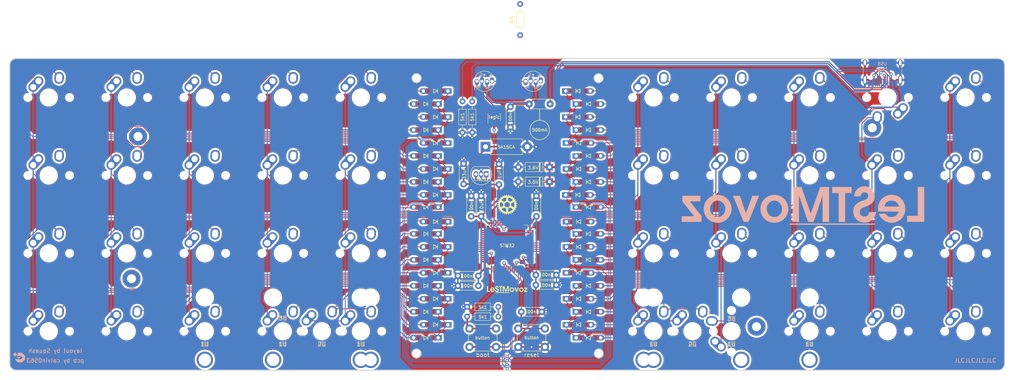
<source format=kicad_pcb>
(kicad_pcb (version 20240108) (generator "pcbnew") (generator_version "8.0")
  (layers (0 "F.Cu" signal) (31 "B.Cu" signal) (34 "B.Paste" user) (35 "F.Paste" user) (36 "B.SilkS" user "B.Silkscreen") (37 "F.SilkS" user "F.Silkscreen") (38 "B.Mask" user) (39 "F.Mask" user) (44 "Edge.Cuts" user))
  (net 0 "")
  (net 1 "Net-(D11-A)")
  (net 2 "Net-(D12-A)")
  (net 3 "Net-(D13-A)")
  (net 4 "Net-(D14-A)")
  (net 5 "Net-(D15-A)")
  (net 6 "Net-(D16-A)")
  (net 7 "Net-(D17-A)")
  (net 8 "Net-(D18-A)")
  (net 9 "Net-(D19-A)")
  (net 10 "Net-(D20-A)")
  (net 11 "Net-(D21-A)")
  (net 12 "Net-(D22-A)")
  (net 13 "Net-(D23-A)")
  (net 14 "Net-(D24-A)")
  (net 15 "Net-(D25-A)")
  (net 16 "Net-(D26-A)")
  (net 17 "Net-(D27-A)")
  (net 18 "Net-(D28-A)")
  (net 19 "Net-(D29-A)")
  (net 20 "Net-(D30-A)")
  (net 21 "Net-(D31-A)")
  (net 22 "Net-(D1-A)")
  (net 23 "Net-(D32-A)")
  (net 24 "Net-(D2-A)")
  (net 25 "Net-(D33-A)")
  (net 26 "Net-(D3-A)")
  (net 27 "Net-(D34-A)")
  (net 28 "Net-(D4-A)")
  (net 29 "Net-(D35-A)")
  (net 30 "ROW0")
  (net 31 "Net-(D36-A)")
  (net 32 "Net-(D5-A)")
  (net 33 "Net-(D37-A)")
  (net 34 "Net-(D6-A)")
  (net 35 "Net-(D38-A)")
  (net 36 "Net-(D7-A)")
  (net 37 "Net-(D39-A)")
  (net 38 "Net-(D8-A)")
  (net 39 "Net-(D40-A)")
  (net 40 "Net-(D10-A)")
  (net 41 "+3V3")
  (net 42 "GND")
  (net 43 "NRST")
  (net 44 "+5V")
  (net 45 "VBUS")
  (net 46 "/CC1")
  (net 48 "/CC2")
  (net 50 "BOOT0")
  (net 51 "D_N")
  (net 52 "D_P")
  (net 53 "Net-(D9-A)")
  (net 54 "ROW1")
  (net 55 "ROW2")
  (net 56 "ROW3")
  (net 89 "COL0")
  (net 90 "COL1")
  (net 91 "COL2")
  (net 92 "COL3")
  (net 93 "COL4")
  (net 94 "COL5")
  (net 95 "COL6")
  (net 96 "COL7")
  (net 97 "COL8")
  (net 98 "COL9")
  (net 101 "Net-(D41-DOUT)")
  (net 102 "RGBin")
  (net 104 "RGB MCU")
  (net 105 "Net-(R3-Pad2)")
  (footprint "" (layer "F.Cu") (at 55.1375 42.8625)
    (property "Reference" "")
    (property "Value" "")
  )
  (footprint "kbd:D3_TH_SMD_v3" (layer "F.Cu") (at 162.54375 31.75)
    (property "Reference" "D6" (hide yes))
    (property "Value" "D_Small" (hide yes))
  )
  (footprint "Button_Switch_THT:SW_PUSH_6mm_H4.3mm" (layer "F.Cu") (at 147.9625 89.825)
    (property "Reference" "SW2" (hide yes))
    (property "Value" "reset")
  )
  (footprint "Resistor_THT:R_Axial_DIN0204_L3.6mm_D1.6mm_P7.62mm_Horizontal" (layer "F.Cu") (at 135.478264 84.517916)
    (property "Reference" "R4" (hide yes))
    (property "Value" "5k1")
  )
  (footprint "Fuse:Fuse_Bourns_MF-RHT100" (layer "F.Cu") (at 155.74375 35.525 180)
    (property "Reference" "F1" (hide yes))
    (property "Value" "500mA")
  )
  (footprint "Capacitor_THT:C_Disc_D4.3mm_W1.9mm_P5.00mm" (layer "F.Cu") (at 152.4 62.396757 90)
    (property "Reference" "C9" (hide yes))
    (property "Value" "100nF")
  )
  (footprint "MX_Alps_Hybrid:MX-Alps-Hybrid-1U" (layer "F.Cu") (at 90.4875 71.4375)
    (property "Reference" "MX24")
    (property "Value" "MX_SW_solder")
  )
  (footprint "MX_Alps_Hybrid:MX-Alps-Hybrid-1U" (layer "F.Cu") (at 257.175 33.3375)
    (property "Reference" "MX10")
    (property "Value" "MX_SW_solder")
  )
  (footprint "Resistor_THT:R_Axial_DIN0204_L3.6mm_D1.6mm_P7.62mm_Horizontal" (layer "F.Cu") (at 136.725 34.29 -90)
    (property "Reference" "R1" (hide yes))
    (property "Value" "5k1")
  )
  (footprint "MX_Alps_Hybrid:MX-Alps-Hybrid-1U" (layer "F.Cu") (at 238.125 52.3875)
    (property "Reference" "MX19")
    (property "Value" "MX_SW_solder")
  )
  (footprint "MX_Alps_Hybrid:MX-Alps-Hybrid-1U" (layer "F.Cu") (at 109.5375 33.3375)
    (property "Reference" "MX5")
    (property "Value" "MX_SW_solder")
  )
  (footprint "MX_Alps_Hybrid:MX-Alps-Hybrid-1U" (layer "F.Cu") (at 180.975 33.3375)
    (property "Reference" "MX6")
    (property "Value" "MX_SW_solder")
  )
  (footprint "kbd:D3_TH_SMD_v3" (layer "F.Cu") (at 125.4125 34.925 180)
    (property "Reference" "D4" (hide yes))
    (property "Value" "D_Small" (hide yes))
  )
  (footprint "MX_Alps_Hybrid:MX-Alps-Hybrid-1U" (layer "F.Cu") (at 33.3375 71.4375)
    (property "Reference" "MX21")
    (property "Value" "MX_SW_solder")
  )
  (footprint "MountingHole:MountingHole_2.2mm_M2_Pad" (layer "F.Cu") (at 234.3875 40.7365)
    (property "Reference" "H6")
    (property "Value" "MountingHole_Pad")
  )
  (footprint "PCM_marbastlib-mx:STAB_MX_P_2u" (layer "F.Cu") (at 190.5 90.4875 180)
    (property "Reference" "S1" (hide yes))
    (property "Value" "2")
  )
  (footprint "Capacitor_THT:C_Disc_D4.3mm_W1.9mm_P5.00mm" (layer "F.Cu") (at 136.475 62.396757 90)
    (property "Reference" "C6" (hide yes))
    (property "Value" "100nF")
  )
  (footprint "MX_Alps_Hybrid:MX-Alps-Hybrid-1U" (layer "F.Cu") (at 90.4875 33.3375)
    (property "Reference" "MX4")
    (property "Value" "MX_SW_solder")
  )
  (footprint "Capacitor_THT:C_Disc_D4.3mm_W1.9mm_P5.00mm" (layer "F.Cu") (at 138.224728 79.368071 180)
    (property "Reference" "C7" (hide yes))
    (property "Value" "100nF")
  )
  (footprint "MX_Alps_Hybrid:MX-Alps-Hybrid-1U" (layer "F.Cu") (at 180.975 90.4875)
    (property "Reference" "MX37")
    (property "Value" "MX_SW_solder")
  )
  (footprint "MX_Alps_Hybrid:MX-Alps-Hybrid-1U" (layer "F.Cu") (at 257.175 52.3875)
    (property "Reference" "MX20")
    (property "Value" "MX_SW_solder")
  )
  (footprint "PCM_marbastlib-mx:STAB_MX_P_3u" (layer "F.Cu") (at 200.025 90.4875 180)
    (property "Reference" "S2" (hide yes))
    (property "Value" "3")
  )
  (footprint "kbd:D3_TH_SMD_v3" (layer "F.Cu") (at 127.79375 50.8 180)
    (property "Reference" "D12" (hide yes))
    (property "Value" "D_Small" (hide yes))
  )
  (footprint "MX_Alps_Hybrid:MX-Alps-Hybrid-1U" (layer "F.Cu") (at 200.025 71.4375)
    (property "Reference" "MX27")
    (property "Value" "MX_SW_solder")
  )
  (footprint "MX_Alps_Hybrid:MX-Alps-Hybrid-1U" (layer "F.Cu") (at 33.3375 33.3375)
    (property "Reference" "MX1")
    (property "Value" "MX_SW_solder")
  )
  (footprint "MX_Alps_Hybrid:MX-Alps-Hybrid-1U" (layer "F.Cu") (at 190.5 90.4875)
    (property "Reference" "MX38")
    (property "Value" "MX_SW_solder")
  )
  (footprint "Diode_THT:D_DO-35_SOD27_P7.62mm_Horizontal" (layer "F.Cu") (at 155.61 53.9 180)
    (property "Reference" "D45" (hide yes))
    (property "Value" "3.6V")
  )
  (footprint "MX_Alps_Hybrid:MX-Alps-Hybrid-1U" (layer "F.Cu") (at 52.3875 52.3875)
    (property "Reference" "MX12")
    (property "Value" "MX_SW_solder")
  )
  (footprint "kbd:D3_TH_SMD_v3" (layer "F.Cu") (at 127.79375 38.1 180)
    (property "Reference" "D3" (hide yes))
    (property "Value" "D_Small" (hide yes))
  )
  (footprint "kbd:D3_TH_SMD_v3" (layer "F.Cu") (at 162.54375 38.1)
    (property "Reference" "D8" (hide yes))
    (property "Value" "D_Small" (hide yes))
  )
  (footprint "kbd:D3_TH_SMD_v3" (layer "F.Cu") (at 165.1 60.125)
    (property "Reference" "D16" (hide yes))
    (property "Value" "D_Small" (hide yes))
  )
  (footprint "MX_Alps_Hybrid:MX-Alps-Hybrid-1U" (layer "F.Cu") (at 90.4875 90.4875)
    (property "Reference" "MX34")
    (property "Value" "MX_SW_solder")
  )
  (footprint "Capacitor_THT:C_Disc_D4.3mm_W1.9mm_P5.00mm" (layer "F.Cu") (at 134.625429 49.502571 -90)
    (property "Reference" "C1" (hide yes))
    (property "Value" "0.33uF")
  )
  (footprint "kbd:D3_TH_SMD_v3" (layer "F.Cu") (at 165.1 41.275)
    (property "Reference" "D9" (hide yes))
    (property "Value" "D_Small" (hide yes))
  )
  (footprint "kbd:D3_TH_SMD_v3" (layer "F.Cu") (at 125.4125 66.675 180)
    (property "Reference" "D24" (hide yes))
    (property "Value" "D_Small" (hide yes))
  )
  (footprint "MX_Alps_Hybrid:MX-Alps-Hybrid-1U" (layer "F.Cu") (at 238.125 90.4875)
    (property "Reference" "MX41")
    (property "Value" "MX_SW_solder")
  )
  (footprint "kbd:D3_TH_SMD_v3" (layer "F.Cu") (at 165.1 85.725)
    (property "Reference" "D38" (hide yes))
    (property "Value" "D_Small" (hide yes))
  )
  (footprint "kbd:D3_TH_SMD_v3" (layer "F.Cu") (at 165.1 73.025)
    (property "Reference" "D29" (hide yes))
    (property "Value" "D_Small" (hide yes))
  )
  (footprint "Resistor_THT:R_Axial_DIN0204_L3.6mm_D1.6mm_P7.62mm_Horizontal" (layer "F.Cu") (at 134.34375 34.29 -90)
    (property "Reference" "R2" (hide yes))
    (property "Value" "5k1")
  )
  (footprint "MX_Alps_Hybrid:MX-Alps-Hybrid-1U" (layer "F.Cu") (at 219.075 71.4375)
    (property "Reference" "MX28")
    (property "Value" "MX_SW_solder")
  )
  (footprint "MX_Alps_Hybrid:MX-Alps-Hybrid-1U" (layer "F.Cu") (at 219.075 33.3375)
    (property "Reference" "MX8")
    (property "Value" "MX_SW_solder")
  )
  (footprint "Resistor_THT:R_Axial_DIN0204_L3.6mm_D1.6mm_P7.62mm_Horizontal" (layer "F.Cu") (at 148.43125 18.0975 90)
    (property "Reference" "R5")
    (property "Value" "5k1")
  )
  (footprint "kbd:D3_TH_SMD_v3" (layer "F.Cu") (at 165.1 53.975)
    (property "Reference" "D18" (hide yes))
    (property "Value" "D_Small" (hide yes))
  )
  (footprint "MX_Alps_Hybrid:MX-Alps-Hybrid-1U" (layer "F.Cu") (at 219.075 52.3875)
    (property "Reference" "MX18")
    (property "Value" "MX_SW_solder")
  )
  (footprint "kbd:D3_TH_SMD_v3" (layer "F.Cu") (at 165.1 34.925)
    (property "Reference" "D7" (hide yes))
    (property "Value" "D_Small" (hide yes))
  )
  (footprint "kbd:D3_TH_SMD_v3" (layer "F.Cu") (at 127.79375 88.9 180)
    (property "Reference" "D34" (hide yes))
    (property "Value" "D_Small" (hide yes))
  )
  (footprint "kbd:D3_TH_SMD_v3" (layer "F.Cu") (at 165.1 47.625)
    (property "Reference" "D20" (hide yes))
    (property "Value" "D_Small" (hide yes))
  )
  (footprint "MX_Alps_Hybrid:MX-Alps-Hybrid-1U" (layer "F.Cu") (at 71.4375 90.4875)
    (property "Reference" "MX33")
    (property "Value" "MX_SW_solder")
  )
  (footprint "kbd:D3_TH_SMD_v3" (layer "F.Cu") (at 125.4125 53.975 180)
    (property "Reference" "D13" (hide yes))
    (property "Value" "D_Small" (hide yes))
  )
  (footprint "Diode_THT:D_DO-15_P10.16mm_Horizontal" (layer "F.Cu") (at 139.987678 45.367784)
    (property "Reference" "D43" (hide yes))
    (property "Value" "SA15CA")
  )
  (footprint "kbd:D3_TH_SMD_v3" (layer "F.Cu") (at 125.4125 60.125 180)
    (property "Reference" "D15" (hide yes))
    (property "Value" "D_Small" (hide yes))
  )
  (footprint "MX_Alps_Hybrid:MX-Alps-Hybrid-1U" (layer "F.Cu") (at 71.4375 71.4375)
    (property "Reference" "MX23")
    (property "Value" "MX_SW_solder")
  )
  (footprint "kbd:D3_TH_SMD_v3" (layer "F.Cu") (at 125.4125 85.725 180)
    (property "Reference" "D33" (hide yes))
    (property "Value" "D_Small" (hide yes))
  )
  (footprint "kbd:D3_TH_SMD_v3" (layer "F.Cu") (at 162.71875 44.45)
    (property "Reference" "D10" (hide yes))
    (property "Value" "D_Small" (hide yes))
  )
  (footprint "kbd:D3_TH_SMD_v3" (layer "F.Cu") (at 165.1 92.075)
    (property "Reference" "D36" (hide yes))
    (property "Value" "D_Small" (hide yes))
  )
  (footprint "MX_Alps_Hybrid:MX-Alps-Hybrid-1U" (layer "F.Cu") (at 90.4875 52.3875)
    (property "Reference" "MX14")
    (property "Value" "MX_SW_solder")
  )
  (footprint "kbd:D3_TH_SMD_v3" (layer "F.Cu") (at 162.71875 50.8)
    (property "Reference" "D19" (hide yes))
    (property "Value" "D_Small" (hide yes))
  )
  (footprint "LOGO" (layer "F.Cu") (at 145.25625 80.16875)
    (property "Reference" "G***" (hide yes))
    (property "Value" "LOGO" (hide yes))
  )
  (footprint "kbd:D3_TH_SMD_v3" (layer "F.Cu") (at 127.79375 31.75 180)
    (property "Reference" "D5" (hide yes))
    (property "Value" "D_Small" (hide yes))
  )
  (footprint "Package_TO_SOT_THT:TO-92_Inline" (layer "F.Cu") (at 140.17625 52.091988 180)
    (property "Reference" "U2" (hide yes))
    (property "Value" "L78L33_TO92")
  )
  (footprint "Capacitor_THT:C_Disc_D4.3mm_W1.9mm_P5.00mm" (layer "F.Cu") (at 138.90625 62.396757 90)
    (property "Reference" "C11" (hide yes))
    (property "Value" "10uF")
  )
  (footprint "PCM_marbastlib-mx:STAB_MX_P_3u" (layer "F.Cu") (at 90.4875 90.4875 180)
    (property "Reference" "S3" (hide yes))
    (property "Value" "3")
  )
  (footprint "kbd:D3_TH_SMD_v3" (layer "F.Cu") (at 127.79375 69.85 180)
    (property "Reference" "D23" (hide yes))
    (property "Value" "D_Small" (hide yes))
  )
  (footprint "MX_Alps_Hybrid:MX-Alps-Hybrid-1U" (layer "F.Cu") (at 200.025 52.3875)
    (property "Reference" "MX17")
    (property "Value" "MX_SW_solder")
  )
  (footprint "kbd:D3_TH_SMD_v3" (layer "F.Cu") (at 165.1 66.675)
    (property "Reference" "D27" (hide yes))
    (property "Value" "D_Small" (hide yes))
  )
  (footprint "kbd:D3_TH_SMD_v3" (layer "F.Cu") (at 125.4125 41.275 180)
    (property "Reference" "D2" (hide yes))
    (property "Value" "D_Small" (hide yes))
  )
  (footprint "Capacitor_THT:C_Disc_D4.3mm_W1.9mm_P5.00mm" (layer "F.Cu") (at 152.268053 76.738522)
    (property "Reference" "C10" (hide yes))
    (property "Value" "100nF")
  )
  (footprint "LOGO" (layer "F.Cu") (at 145.25625 59.53125)
    (property "Reference" "G***" (hide yes))
    (property "Value" "LOGO" (hide yes))
  )
  (footprint "MX_Alps_Hybrid:MX-Alps-Hybrid-1U" (layer "F.Cu") (at 180.975 52.3875)
    (property "Reference" "MX16")
    (property "Value" "MX_SW_solder")
  )
  (footprint "kbd:D3_TH_SMD_v3" (layer "F.Cu") (at 162.71875 82.55)
    (property "Reference" "D39" (hide yes))
    (property "Value" "D_Small" (hide yes))
  )
  (footprint "kbd:D3_TH_SMD_v3" (layer "F.Cu") (at 162.54375 57.15)
    (property "Reference" "D17" (hide yes))
    (property "Value" "D_Small" (hide yes))
  )
  (footprint "MX_Alps_Hybrid:MX-Alps-Hybrid-1U" (layer "F.Cu") (at 33.3375 90.4875)
    (property "Reference" "MX31")
    (property "Value" "MX_SW_solder")
  )
  (footprint "PCM_marbastlib-mx:STAB_MX_P_2u" (layer "F.Cu") (at 100.0125 90.4875 180)
    (property "Reference" "S4" (hide yes))
    (property "Value" "2")
  )
  (footprint "kbd:D3_TH_SMD_v3" (layer "F.Cu") (at 165.1 79.375)
    (property "Reference" "D40" (hide yes))
    (property "Value" "D_Small" (hide yes))
  )
  (footprint "MX_Alps_Hybrid:MX-Alps-Hybrid-1U" (layer "F.Cu") (at 180.975 71.4375)
    (property "Reference" "MX26")
    (property "Value" "MX_SW_solder")
  )
  (footprint "kbd:D3_TH_SMD_v3" (layer "F.Cu") (at 127.79375 44.45 180)
    (property "Reference" "D1" (hide yes))
    (property "Value" "D_Small" (hide yes))
  )
  (footprint "Resistor_THT:R_Axial_DIN0204_L3.6mm_D1.6mm_P7.62mm_Horizontal" (layer "F.Cu") (at 135.478264 86.899166)
    (property "Reference" "R3" (hide yes))
    (property "Value" "5k1")
  )
  (footprint "kbd:D3_TH_SMD_v3" (layer "F.Cu") (at 162.71875 76.2)
    (property "Reference" "D30" (hide yes))
    (property "Value" "D_Small" (hide yes))
  )
  (footprint "Capacitor_THT:C_Disc_D4.3mm_W1.9mm_P5.00mm" (layer "F.Cu") (at 138.224728 76.936821 180)
    (property "Reference" "C8" (hide yes))
    (property "Value" "100nF")
  )
  (footprint "MX_Alps_Hybrid:MX-Alps-Hybrid-1U" (layer "F.Cu") (at 52.3875 90.4875)
    (property "Reference" "MX32")
    (property "Value" "MX_SW_solder")
  )
  (footprint "Package_TO_SOT_SMD:TSOT-23-5_HandSoldering" (layer "F.Cu") (at 142.08125 38.1 90)
    (property "Reference" "U3" (hide yes))
    (property "Value" "74AHCT1G125")
  )
  (footprint "kbd:D3_TH_SMD_v3" (layer "F.Cu") (at 125.4125 79.375 180)
    (property "Reference" "D31" (hide yes))
    (property "Value" "D_Small" (hide yes))
  )
  (footprint "MX_Alps_Hybrid:MX-Alps-Hybrid-1U" (layer "F.Cu") (at 71.4375 33.3375)
    (property "Reference" "MX3")
    (property "Value" "MX_SW_solder")
  )
  (footprint "kbd:D3_TH_SMD_v3" (layer "F.Cu") (at 162.71875 69.85)
    (property "Reference" "D28" (hide yes))
    (property "Value" "D_Small" (hide yes))
  )
  (footprint "MX_Alps_Hybrid:MX-Alps-Hybrid-1U" (layer "F.Cu") (at 238.125 71.4375)
    (property "Reference" "MX29")
    (property "Value" "MX_SW_solder")
  )
  (footprint "MX_Alps_Hybrid:MX-Alps-Hybrid-1U" (layer "F.Cu") (at 200.025 90.4875 90)
    (property "Reference" "MX39")
    (property "Value" "MX_SW_solder")
  )
  (footprint "kbd:D3_TH_SMD_v3" (layer "F.Cu") (at 125.4125 47.625 180)
    (property "Reference" "D11" (hide yes))
    (property "Value" "D_Small" (hide yes))
  )
  (footprint "MX_Alps_Hybrid:MX-Alps-Hybrid-1U" (layer "F.Cu") (at 200.025 33.3375)
    (property "Reference" "MX7")
    (property "Value" "MX_SW_solder")
  )
  (footprint "MX_Alps_Hybrid:MX-Alps-Hybrid-1U" (layer "F.Cu") (at 52.3875 71.4375)
    (property "Reference" "MX22")
    (property "Value" "MX_SW_solder")
  )
  (footprint "MX_Alps_Hybrid:MX-Alps-Hybrid-1U" (layer "F.Cu") (at 238.125 33.3375 180)
    (property "Reference" "MX9")
    (property "Value" "MX_SW_solder")
  )
  (footprint "Capacitor_THT:C_Disc_D4.3mm_W1.9mm_P5.00mm" (layer "F.Cu") (at 148.7125 85.725)
    (property "Reference" "C4" (hide yes))
    (property "Value" "100nF")
  )
  (footprint "kbd:D3_TH_SMD_v3" (layer "F.Cu") (at 162.71875 88.9)
    (property "Reference" "D37" (hide yes))
    (property "Value" "D_Small" (hide yes))
  )
  (footprint "kbd:D3_TH_SMD_v3" (layer "F.Cu") (at 127.79375 76.2 180)
    (property "Reference" "D21" (hide yes))
    (property "Value" "D_Small" (hide yes))
  )
  (footprint "Capacitor_THT:C_Disc_D4.3mm_W1.9mm_P5.00mm" (layer "F.Cu") (at 152.268053 79.169772)
    (property "Reference" "C5" (hide yes))
    (property "Value" "100nF")
  )
  (footprint "MX_Alps_Hybrid:MX-Alps-Hybrid-1U" (layer "F.Cu") (at 109.5375 52.3875)
    (property "Reference" "MX15")
    (property "Value" "MX_SW_solder")
  )
  (footprint "" (layer "F.Cu") (at 206.1375 89.3715)
    (property "Reference" "")
    (property "Value" "")
  )
  (footprint "" (layer "F.Cu") (at 53.5375 77.6365)
    (property "Reference" "")
    (property "Value" "")
  )
  (footprint "MX_Alps_Hybrid:MX-Alps-Hybrid-1U" (layer "F.Cu") (at 109.5375 71.4375)
    (property "Reference" "MX25")
    (property "Value" "MX_SW_solder")
  )
  (footprint "MX_Alps_Hybrid:MX-Alps-Hybrid-1U" (layer "F.Cu") (at 100.0125 90.4875)
    (property "Reference" "MX36")
    (property "Value" "MX_SW_solder")
  )
  (footprint "MX_Alps_Hybrid:MX-Alps-Hybrid-1U" (layer "F.Cu") (at 71.4375 52.3875)
    (property "Reference" "MX13")
    (property "Value" "MX_SW_solder")
  )
  (footprint "Package_QFP:LQFP-64_10x10mm_P0.5mm" (layer "F.Cu") (at 145.25625 69.668597 90)
    (property "Reference" "U1" (hide yes))
    (property "Value" "STM32F072RBTx")
  )
  (footprint "MX_Alps_Hybrid:MX-Alps-Hybrid-1U" (layer "F.Cu") (at 219.075 90.4875)
    (property "Reference" "MX40")
    (property "Value" "MX_SW_solder")
  )
  (footprint "kbd:D3_TH_SMD_v3" (layer "F.Cu") (at 127.79375 63.7 180)
    (property "Reference" "D25" (hide yes))
    (property "Value" "D_Small" (hide yes))
  )
  (footprint "kbd:D3_TH_SMD_v3" (layer "F.Cu") (at 125.4125 73.025 180)
    (property "Reference" "D22" (hide yes))
    (property "Value" "D_Small" (hide yes))
  )
  (footprint "Capacitor_THT:C_Disc_D4.3mm_W1.9mm_P5.00mm" (layer "F.Cu") (at 146.05 35.6 -90)
    (property "Reference" "C3" (hide yes))
    (property "Value" "100nF")
  )
  (footprint "MX_Alps_Hybrid:MX-Alps-Hybrid-1U" (layer "F.Cu") (at 52.3875 33.3375)
    (property "Reference" "MX2")
    (property "Value" "MX_SW_solder")
  )
  (footprint "kbd:D3_TH_SMD_v3" (layer "F.Cu") (at 127.79375 82.55 180)
    (property "Reference" "D32" (hide yes))
    (property "Value" "D_Small" (hide yes))
  )
  (footprint "MX_Alps_Hybrid:MX-Alps-Hybrid-1U" (layer "F.Cu") (at 33.3375 52.3875)
    (property "Reference" "MX11")
    (property "Value" "MX_SW_solder")
  )
  (footprint "MX_Alps_Hybrid:MX-Alps-Hybrid-1U" (layer "F.Cu") (at 257.175 90.4875)
    (property "Reference" "MX42")
    (property "Value" "MX_SW_solder")
  )
  (footprint "MX_Alps_Hybrid:MX-Alps-Hybrid-1U" (layer "F.Cu") (at 257.175 71.4375)
    (property "Reference" "MX30")
    (property "Value" "MX_SW_solder")
  )
  (footprint "MX_Alps_Hybrid:MX-Alps-Hybrid-1U" (layer "F.Cu") (at 109.5375 90.4875)
    (property "Reference" "MX35")
    (property "Value" "MX_SW_solder")
  )
  (footprint "Capacitor_THT:C_Disc_D4.3mm_W1.9mm_P5.00mm" (layer "F.Cu") (at 143.250429 49.600098 -90)
    (property "Reference" "C2" (hide yes))
    (property "Value" "1uF")
  )
  (footprint "kbd:D3_TH_SMD_v3" (layer "F.Cu") (at 127.79375 57.15 180)
    (property "Reference" "D14" (hide yes))
    (property "Value" "D_Small" (hide yes))
  )
  (footprint "Button_Switch_THT:SW_PUSH_6mm_H4.3mm" (layer "F.Cu") (at 142.55 94.325 180)
    (property "Reference" "SW1" (hide yes))
    (property "Value" "boot")
  )
  (footprint "kbd:D3_TH_SMD_v3" (layer "F.Cu") (at 125.4125 92.075 180)
    (property "Reference" "D35" (hide yes))
    (property "Value" "D_Small" (hide yes))
  )
  (footprint "Diode_THT:D_DO-35_SOD27_P7.62mm_Horizontal" (layer "F.Cu") (at 155.61 50.35 180)
    (property "Reference" "D44" (hide yes))
    (property "Value" "3.6V")
  )
  (footprint "kbd:D3_TH_SMD_v3" (layer "F.Cu") (at 162.71875 63.7)
    (property "Reference" "D26" (hide yes))
    (property "Value" "D_Small" (hide yes))
  )
  (footprint "kbd:NeoPixel_bulb_5mm_Adafruit_1938" (layer "B.Cu") (at 139.7 29.36875)
    (property "Reference" "D41" (hide yes))
    (property "Value" "WS2812D-F5")
  )
  (footprint "LOGO" (layer "B.Cu") (at 217.4875 59.53125 180)
    (property "Reference" "G***" (hide yes))
    (property "Value" "LOGO" (hide yes))
  )
  (footprint "kbd:NeoPixel_bulb_5mm_Adafruit_1938" (layer "B.Cu") (at 151.60625 29.36875)
    (property "Reference" "D42" (hide yes))
    (property "Value" "WS2812D-F5")
  )
  (footprint "PCM_marbastlib-various:USB_C_Receptacle_HRO_TYPE-C-31-M-12" (layer "B.Cu") (at 236.913179 25.89375)
    (property "Reference" "J1" (hide yes))
    (property "Value" "USB_C_Receptacle_USB2.0")
  )
  (footprint "LOGO" (layer "B.Cu") (at 26.19375 96.8375 180)
    (property "Reference" "G***" (hide yes))
    (property "Value" "LOGO" (hide yes))
  )
  (gr_line (start 214.3125 64.29375) (end 234.95 64.29375) (stroke (width 0.3)) (layer "B.SilkS"))
  (gr_poly (pts (xy 140.14625 74.778597) (xy 140.14625 73.828597) (xy 141.09625 74.778597)) (stroke (width 0.15)) (fill solid) (layer "F.SilkS"))
  (gr_circle (center 153.19375 41.275) (end 153.19375 43.65625) (stroke (width 0.15)) (fill none) (layer "F.SilkS"))
  (gr_line (start 153.19375 38.89375) (end 153.19375 36.116) (stroke (width 0.15)) (layer "F.SilkS"))
  (gr_line (start 142.5 81.0625) (end 145.7 81.0625) (stroke (width 0.15)) (layer "F.SilkS"))
  (gr_arc (start 23.8125 25.4) (mid 24.277497 24.277497) (end 25.4 23.8125) (stroke (width 0.2)) (layer "Edge.Cuts"))
  (gr_line (start 266.7 25.4) (end 266.7 98.425) (stroke (width 0.2)) (layer "Edge.Cuts"))
  (gr_line (start 265.1125 100.0125) (end 25.4 100.0125) (stroke (width 0.2)) (layer "Edge.Cuts"))
  (gr_circle (center 167.6278 95.9235) (end 168.7278 95.9235) (stroke (width 0.2)) (fill none) (layer "Edge.Cuts"))
  (gr_arc (start 266.7 98.425) (mid 266.235044 99.547566) (end 265.1125 100.0125) (stroke (width 0.2)) (layer "Edge.Cuts"))
  (gr_arc (start 25.4 100.0125) (mid 24.277468 99.547532) (end 23.8125 98.425) (stroke (width 0.2)) (layer "Edge.Cuts"))
  (gr_circle (center 123.1143 95.9235) (end 124.2143 95.9235) (stroke (width 0.2)) (fill none) (layer "Edge.Cuts"))
  (gr_line (start 25.4 23.8125) (end 265.1125 23.8125) (stroke (width 0.2)) (layer "Edge.Cuts"))
  (gr_line (start 23.8125 25.4) (end 23.8125 98.425) (stroke (width 0.2)) (layer "Edge.Cuts"))
  (gr_circle (center 123.1397 28.6135) (end 124.2397 28.6135) (stroke (width 0.2)) (fill none) (layer "Edge.Cuts"))
  (gr_arc (start 265.1125 23.8125) (mid 266.235035 24.27748) (end 266.7 25.4) (stroke (width 0.2)) (layer "Edge.Cuts"))
  (gr_circle (center 167.568 28.6135) (end 168.668 28.6135) (stroke (width 0.2)) (fill none) (layer "Edge.Cuts"))
  (gr_text "3U" (at 90.4875 87.3125 0) (layer "B.SilkS") (effects (font (size 1 1)) (justify mirror)))
  (gr_text "2U" (at 100.0125 93.6625 0) (layer "B.SilkS") (effects (font (size 1 1)) (justify mirror)))
  (gr_text "1U" (at 109.5375 93.6625 0) (layer "B.SilkS") (effects (font (size 1 1)) (justify mirror)))
  (gr_text "1U" (at 180.975 93.6625 0) (layer "B.SilkS") (effects (font (size 1 1)) (justify mirror)))
  (gr_text "layout by Squash" (at 34.925 95.25 0) (layer "B.SilkS") (effects (font (size 1 1)) (justify mirror)))
  (gr_text "USB\nhere" (at 236.849612 25.673562 0) (layer "B.SilkS") (effects (font (size 0.75 0.75) (thickness 0.125) (bold yes)) (justify mirror)))
  (gr_text "2U" (at 190.5 93.6625 0) (layer "B.SilkS") (effects (font (size 1 1)) (justify mirror)))
  (gr_text "1U" (at 90.4875 93.6625 0) (layer "B.SilkS") (effects (font (size 1 1)) (justify mirror)))
  (gr_text "pcb by calvin0563\n" (at 34.925 97.63125 0) (layer "B.SilkS") (effects (font (size 1 1)) (justify mirror)))
  (gr_text "1U" (at 219.075 93.6625 0) (layer "B.SilkS") (effects (font (size 1 1)) (justify mirror)))
  (gr_text "1U" (at 200.025 93.6625 0) (layer "B.SilkS") (effects (font (size 1 1)) (justify mirror)))
  (gr_text "3U" (at 200.024999 87.454823 0) (layer "B.SilkS") (effects (font (size 1 1)) (justify mirror)))
  (gr_text "JLCJLCJLCJLC" (at 259.55625 97.63125 0) (layer "B.SilkS") (effects (font (size 1 1))))
  (gr_text "1U" (at 71.4375 93.6625 0) (layer "B.SilkS") (effects (font (size 1 1)) (justify mirror)))
  (gr_text "5k1" (at 139.294211 84.621946 0) (layer "F.SilkS") (effects (font (size 0.75 0.75) (thickness 0.125) (bold yes))))
  (gr_text "500mA" (at 153.19375 41.275 0) (layer "F.SilkS") (effects (font (size 0.75 0.75) (thickness 0.125) (bold yes))))
  (gr_text "5k1" (at 136.725 38.1 90) (layer "F.SilkS") (effects (font (size 0.8 0.8) (thickness 0.125))))
  (gr_text "3.6V" (at 151.591842 50.504488 0) (layer "F.SilkS") (effects (font (size 0.8 0.8) (thickness 0.125))))
  (gr_text "reset\n" (at 151.218121 96.24375 0) (layer "F.SilkS") (effects (font (size 1 1) (thickness 0.125) (bold yes))))
  (gr_text "100nF" (at 154.808993 79.222411 0) (layer "F.SilkS") (effects (font (size 0.75 0.75) (thickness 0.125) (bold yes))))
  (gr_text "STM32" (at 145.25625 69.540507 0) (layer "F.SilkS") (effects (font (size 0.75 0.75) (thickness 0.125) (bold yes))))
  (gr_text "1uF" (at 143.395389 52.091988 90) (layer "F.SilkS") (effects (font (size 0.8 0.8) (thickness 0.125))))
  (gr_text "2U" (at 190.5 93.6625 0) (layer "F.SilkS") (effects (font (size 1 1))))
  (gr_text "1U" (at 109.5375 93.6625 0) (layer "F.SilkS") (effects (font (size 1 1))))
  (gr_text "100nF" (at 135.73125 79.38478 0) (layer "F.SilkS") (effects (font (size 0.75 0.75) (thickness 0.125) (bold yes))))
  (gr_text "100nF" (at 151.228179 85.725 0) (layer "F.SilkS") (effects (font (size 0.75 0.75) (thickness 0.125) (bold yes))))
  (gr_text ".33uF" (at 134.801426 52.091988 90) (layer "F.SilkS") (effects (font (size 0.8 0.8) (thickness 0.125))))
  (gr_text "button" (at 151.251661 92.05235 0) (layer "F.SilkS") (effects (font (size 0.75 0.75) (thickness 0.125) (bold yes))))
  (gr_text "100nF" (at 154.78125 76.684257 0) (layer "F.SilkS") (effects (font (size 0.75 0.75) (thickness 0.125) (bold yes))))
  (gr_text "1U" (at 90.4875 93.6625 0) (layer "F.SilkS") (effects (font (size 1 1))))
  (gr_text "1U" (at 180.975 93.6625 0) (layer "F.SilkS") (effects (font (size 1 1))))
  (gr_text "100nF" (at 152.382887 59.893939 90) (layer "F.SilkS") (effects (font (size 0.75 0.75) (thickness 0.125) (bold yes))))
  (gr_text "100nF" (at 135.73125 76.99375 0) (layer "F.SilkS") (effects (font (size 0.75 0.75) (thickness 0.125) (bold yes))))
  (gr_text "logic" (at 142.08125 38.1 0) (layer "F.SilkS") (effects (font (size 0.75 0.75) (thickness 0.125) (bold yes))))
  (gr_text "1U" (at 219.075 93.6625 0) (layer "F.SilkS") (effects (font (size 1 1))))
  (gr_text "button" (at 139.224343 92.075 0) (layer "F.SilkS") (effects (font (size 0.75 0.75) (thickness 0.125) (bold yes))))
  (gr_text "boot" (at 139.301495 96.24375 0) (layer "F.SilkS") (effects (font (size 1 1) (thickness 0.125) (bold yes))))
  (gr_text "3U" (at 200.025 87.4125 0) (layer "F.SilkS") (effects (font (size 1 1))))
  (gr_text "100nF" (at 146.05 38.1 90) (layer "F.SilkS") (effects (font (size 0.75 0.75) (thickness 0.125) (bold yes))))
  (gr_text "3.6V" (at 151.591842 54.005638 0) (layer "F.SilkS") (effects (font (size 0.8 0.8) (thickness 0.125))))
  (gr_text "SA15CA" (at 145.039059 45.443598 0) (layer "F.SilkS") (effects (font (size 0.75 0.75) (thickness 0.125) (bold yes))))
  (gr_text "1U" (at 200.025 93.6625 0) (layer "F.SilkS") (effects (font (size 1 1))))
  (gr_text "3U" (at 90.4875 87.3125 0) (layer "F.SilkS") (effects (font (size 1 1))))
  (gr_text "100nF" (at 136.560107 59.910124 90) (layer "F.SilkS") (effects (font (size 0.75 0.75) (thickness 0.125) (bold yes))))
  (gr_text "5k1" (at 139.306615 86.962515 0) (layer "F.SilkS") (effects (font (size 0.75 0.75) (thickness 0.125) (bold yes))))
  (gr_text "L78L33" (at 138.892378 53.420133 0) (layer "F.SilkS") (effects (font (size 0.65 0.65) (thickness 0.125) (bold yes))))
  (gr_text "1U" (at 71.4375 93.6625 0) (layer "F.SilkS") (effects (font (size 1 1))))
  (gr_text "2U" (at 100.0125 93.6625 0) (layer "F.SilkS") (effects (font (size 1 1))))
  (gr_text "5k1" (at 134.34375 38.1 90) (layer "F.SilkS") (effects (font (size 0.8 0.8) (thickness 0.125))))
  (gr_text "10uF" (at 139.016534 59.920396 90) (layer "F.SilkS") (effects (font (size 0.8 0.8) (thickness 0.125))))
  (segment (start 39.9225 43.2625) (end 35.8775 47.3075) (width 0.2) (layer "F.Cu") (net 1))
  (segment (start 58.3375 43.2625) (end 115.603308 43.2625) (width 0.2) (layer "F.Cu") (net 1))
  (segment (start 56.2375 45.3625) (end 54.101966 45.3625) (width 0.2) (layer "F.Cu") (net 1))
  (segment (start 119.965806 47.625) (end 122.4125 47.625) (width 0.2) (layer "F.Cu") (net 1))
  (segment (start 58.3375 43.2625) (end 56.2375 45.3625) (width 0.2) (layer "F.Cu") (net 1))
  (segment (start 52.001966 43.2625) (end 39.9225 43.2625) (width 0.2) (layer "F.Cu") (net 1))
  (segment (start 115.603308 43.2625) (end 119.965806 47.625) (width 0.2) (layer "F.Cu") (net 1))
  (segment (start 54.101966 45.3625) (end 52.001966 43.2625) (width 0.2) (layer "F.Cu") (net 1))
  (segment (start 54.9275 47.3075) (end 58.5725 43.6625) (width 0.2) (layer "F.Cu") (net 2))
  (segment (start 118.275 46.49988) (end 118.275 49.2125) (width 0.2) (layer "F.Cu") (net 2))
  (segment (start 58.5725 43.6625) (end 115.437622 43.6625) (width 0.2) (layer "F.Cu") (net 2))
  (segment (start 119.8625 50.8) (end 124.79375 50.8) (width 0.2) (layer "F.Cu") (net 2))
  (segment (start 118.275 49.2125) (end 119.8625 50.8) (width 0.2) (layer "F.Cu") (net 2))
  (segment (start 115.437622 43.6625) (end 118.275 46.49988) (width 0.2) (layer "F.Cu") (net 2))
  (segment (start 73.9775 47.3075) (end 77.2225 44.0625) (width 0.2) (layer "F.Cu") (net 3))
  (segment (start 77.2225 44.0625) (end 115.271936 44.0625) (width 0.2) (layer "F.Cu") (net 3))
  (segment (start 115.271936 44.0625) (end 117.875 46.665565) (width 0.2) (layer "F.Cu") (net 3))
  (segment (start 117.875 52.7875) (end 119.0625 53.975) (width 0.2) (layer "F.Cu") (net 3))
  (segment (start 119.0625 53.975) (end 122.4125 53.975) (width 0.2) (layer "F.Cu") (net 3))
  (segment (start 117.875 46.665565) (end 117.875 52.7875) (width 0.2) (layer "F.Cu") (net 3))
  (segment (start 117.475 46.83125) (end 117.475 55.5625) (width 0.2) (layer "F.Cu") (net 4))
  (segment (start 95.8725 44.4625) (end 115.10625 44.4625) (width 0.2) (layer "F.Cu") (net 4))
  (segment (start 117.475 55.5625) (end 119.0625 57.15) (width 0.2) (layer "F.Cu") (net 4))
  (segment (start 115.10625 44.4625) (end 117.475 46.83125) (width 0.2) (layer "F.Cu") (net 4))
  (segment (start 119.0625 57.15) (end 124.79375 57.15) (width 0.2) (layer "F.Cu") (net 4))
  (segment (start 93.0275 47.3075) (end 95.8725 44.4625) (width 0.2) (layer "F.Cu") (net 4))
  (segment (start 117.075 46.996936) (end 117.075 58.3375) (width 0.2) (layer "F.Cu") (net 5))
  (segment (start 114.940564 44.8625) (end 117.075 46.996936) (width 0.2) (layer "F.Cu") (net 5))
  (segment (start 112.0775 47.3075) (end 114.5225 44.8625) (width 0.2) (layer "F.Cu") (net 5))
  (segment (start 112.0775 47.3075) (end 112.0775 47.8475) (width 0.2) (layer "F.Cu") (net 5))
  (segment (start 112.0775 47.8475) (end 112.0375 47.8875) (width 0.2) (layer "F.Cu") (net 5))
  (segment (start 119.0625 60.325) (end 122.4125 60.325) (width 0.2) (layer "F.Cu") (net 5))
  (segment (start 114.5225 44.8625) (end 114.940564 44.8625) (width 0.2) (layer "F.Cu") (net 5))
  (segment (start 117.075 58.3375) (end 119.0625 60.325) (width 0.2) (layer "F.Cu") (net 5))
  (segment (start 173.0375 60.325) (end 168.1 60.325) (width 0.2) (layer "F.Cu") (net 6))
  (segment (start 174.23125 59.13125) (end 173.0375 60.325) (width 0.2) (layer "F.Cu") (net 6))
  (segment (start 175.584436 44.8625) (end 174.23125 46.215686) (width 0.2) (layer "F.Cu") (net 6))
  (segment (start 174.23125 46.215686) (end 174.23125 59.13125) (width 0.2) (layer "F.Cu") (net 6))
  (segment (start 183.515 47.3075) (end 181.07 44.8625) (width 0.2) (layer "F.Cu") (net 6))
  (segment (start 181.07 44.8625) (end 175.584436 44.8625) (width 0.2) (layer "F.Cu") (net 6))
  (segment (start 173.83125 46.05) (end 173.83125 55.5625) (width 0.2) (layer "F.Cu") (net 7))
  (segment (start 175.41875 44.4625) (end 199.72 44.4625) (width 0.2) (layer "F.Cu") (net 7))
  (segment (start 172.24375 57.15) (end 165.54375 57.15) (width 0.2) (layer "F.Cu") (net 7))
  (segment (start 175.41875 44.4625) (end 173.83125 46.05) (width 0.2) (layer "F.Cu") (net 7))
  (segment (start 173.83125 55.5625) (end 172.24375 57.15) (width 0.2) (layer "F.Cu") (net 7))
  (segment (start 202.565 47.3075) (end 199.72 44.4625) (width 0.2) (layer "F.Cu") (net 7))
  (segment (start 172.24375 53.975) (end 167.30625 53.975) (width 0.2) (layer "F.Cu") (net 8))
  (segment (start 221.615 47.3075) (end 218.37 44.0625) (width 0.2) (layer "F.Cu") (net 8))
  (segment (start 175.253064 44.0625) (end 218.37 44.0625) (width 0.2) (layer "F.Cu") (net 8))
  (segment (start 175.253064 44.0625) (end 173.43125 45.884315) (width 0.2) (layer "F.Cu") (net 8))
  (segment (start 173.43125 45.884315) (end 173.43125 52.7875) (width 0.2) (layer "F.Cu") (net 8))
  (segment (start 173.43125 52.7875) (end 172.24375 53.975) (width 0.2) (layer "F.Cu") (net 8))
  (segment (start 175.087378 43.6625) (end 237.02 43.6625) (width 0.2) (layer "F.Cu") (net 9))
  (segment (start 173.03125 45.71863) (end 173.03125 50.0125) (width 0.2) (layer "F.Cu") (net 9))
  (segment (start 173.03125 50.0125) (end 172.24375 50.8) (width 0.2) (layer "F.Cu") (net 9))
  (segment (start 172.24375 50.8) (end 165.71875 50.8) (width 0.2) (layer "F.Cu") (net 9))
  (segment (start 175.087378 43.6625) (end 173.03125 45.71863) (width 0.2) (layer "F.Cu") (net 9))
  (segment (start 240.665 47.3075) (end 237.02 43.6625) (width 0.2) (layer "F.Cu") (net 9))
  (segment (start 174.921692 43.2625) (end 255.67 43.2625) (width 0.2) (layer "F.Cu") (net 10))
  (segment (start 170.559195 47.625) (end 174.921692 43.2625) (width 0.2) (layer "F.Cu") (net 10))
  (segment (start 168.1 47.625) (end 170.559195 47.625) (width 0.2) (layer "F.Cu") (net 10))
  (segment (start 259.715 47.3075) (end 255.67 43.2625) (width 0.2) (layer "F.Cu") (net 10))
  (segment (start 117.3739 77.8886) (end 119.0625 76.2) (width 0.2) (layer "F.Cu") (net 11))
  (segment (start 26.9875 78.58125) (end 28.94275 80.5365) (width 0.2) (layer "F.Cu") (net 11))
  (segment (start 26.9875 69.194) (end 26.9875 78.58125) (width 0.2) (layer "F.Cu") (net 11))
  (segment (start 35.8775 66.3575) (end 34.7275 65.2075) (width 0.2) (layer "F.Cu") (net 11))
  (segment (start 30.974 65.2075) (end 26.9875 69.194) (width 0.2) (layer "F.Cu") (net 11))
  (segment (start 34.7275 65.2075) (end 30.974 65.2075) (width 0.2) (layer "F.Cu") (net 11))
  (segment (start 71.335256 77.8886) (end 117.3739 77.8886) (width 0.2) (layer "F.Cu") (net 11))
  (segment (start 28.94275 80.5365) (end 68.687354 80.5365) (width 0.2) (layer "F.Cu") (net 11))
  (segment (start 68.687354 80.5365) (end 71.335256 77.8886) (width 0.2) (layer "F.Cu") (net 11))
  (segment (start 119.0625 76.2) (end 124.79375 76.2) (width 0.2) (layer "F.Cu") (net 11))
  (segment (start 89.614274 77.4886) (end 117.208214 77.4886) (width 0.2) (layer "F.Cu") (net 12))
  (segment (start 54.9275 66.3575) (end 53.7775 65.2075) (width 0.2) (layer "F.Cu") (net 12))
  (segment (start 71.1851 77.473071) (end 89.598745 77.473071) (width 0.2) (layer "F.Cu") (net 12))
  (segment (start 48.3865 80.1365) (end 68.521668 80.1365) (width 0.2) (layer "F.Cu") (net 12))
  (segment (start 53.7775 65.2075) (end 49.88625 65.2075) (width 0.2) (layer "F.Cu") (net 12))
  (segment (start 46.0375 77.7875) (end 48.3865 80.1365) (width 0.2) (layer "F.Cu") (net 12))
  (segment (start 119.0625 74.6125) (end 120.65 73.025) (width 0.2) (layer "F.Cu") (net 12))
  (segment (start 49.88625 65.2075) (end 46.0375 69.05625) (width 0.2) (layer "F.Cu") (net 12))
  (segment (start 68.521668 80.1365) (end 71.1851 77.473071) (width 0.2) (layer "F.Cu") (net 12))
  (segment (start 89.598745 77.473071) (end 89.614274 77.4886) (width 0.2) (layer "F.Cu") (net 12))
  (segment (start 46.0375 69.05625) (end 46.0375 77.7875) (width 0.2) (layer "F.Cu") (net 12))
  (segment (start 119.0625 75.634314) (end 119.0625 74.6125) (width 0.2) (layer "F.Cu") (net 12))
  (segment (start 120.65 73.025) (end 122.4125 73.025) (width 0.2) (layer "F.Cu") (net 12))
  (segment (start 117.208214 77.4886) (end 119.0625 75.634314) (width 0.2) (layer "F.Cu") (net 12))
  (segment (start 65.0875 77.7875) (end 67.0365 79.7365) (width 0.2) (layer "F.Cu") (net 13))
  (segment (start 68.93625 65.2075) (end 65.0875 69.05625) (width 0.2) (layer "F.Cu") (net 13))
  (segment (start 72.8275 65.2075) (end 68.93625 65.2075) (width 0.2) (layer "F.Cu") (net 13))
  (segment (start 116.68125 77.0886) (end 117.042528 77.0886) (width 0.2) (layer "F.Cu") (net 13))
  (segment (start 118.6625 75.468628) (end 118.6625 71.04375) (width 0.2) (layer "F.Cu") (net 13))
  (segment (start 67.0365 79.7365) (end 68.355982 79.7365) (width 0.2) (layer "F.Cu") (net 13))
  (segment (start 65.0875 69.05625) (end 65.0875 77.7875) (width 0.2) (layer "F.Cu") (net 13))
  (segment (start 71.019415 77.073071) (end 116.665721 77.073071) (width 0.2) (layer "F.Cu") (net 13))
  (segment (start 68.355982 79.7365) (end 71.019415 77.073071) (width 0.2) (layer "F.Cu") (net 13))
  (segment (start 73.9775 66.3575) (end 72.8275 65.2075) (width 0.2) (layer "F.Cu") (net 13))
  (segment (start 116.665721 77.073071) (end 116.68125 77.0886) (width 0.2) (layer "F.Cu") (net 13))
  (segment (start 117.042528 77.0886) (end 118.6625 75.468628) (width 0.2) (layer "F.Cu") (net 13))
  (segment (start 119.85625 69.85) (end 124.79375 69.85) (width 0.2) (layer "F.Cu") (net 13))
  (segment (start 118.6625 71.04375) (end 119.85625 69.85) (width 0.2) (layer "F.Cu") (net 13))
  (segment (start 84.1375 75.40625) (end 85.404321 76.673071) (width 0.2) (layer "F.Cu") (net 14))
  (segment (start 116.892371 76.673071) (end 118.2625 75.302942) (width 0.2) (layer "F.Cu") (net 14))
  (segment (start 118.2625 68.2625) (end 118.26875 68.2625) (width 0.2) (layer "F.Cu") (net 14))
  (segment (start 119.85625 66.675) (end 122.4125 66.675) (width 0.2) (layer "F.Cu") (net 14))
  (segment (start 87.98625 65.2075) (end 84.1375 69.05625) (width 0.2) (layer "F.Cu") (net 14))
  (segment (start 118.26875 68.2625) (end 119.85625 66.675) (width 0.2) (layer "F.Cu") (net 14))
  (segment (start 84.1375 69.05625) (end 84.1375 75.40625) (width 0.2) (layer "F.Cu") (net 14))
  (segment (start 91.8775 65.2075) (end 87.98625 65.2075) (width 0.2) (layer "F.Cu") (net 14))
  (segment (start 93.0275 66.3575) (end 91.8775 65.2075) (width 0.2) (layer "F.Cu") (net 14))
  (segment (start 85.404321 76.673071) (end 116.892371 76.673071) (width 0.2) (layer "F.Cu") (net 14))
  (segment (start 118.2625 75.302942) (end 118.2625 68.2625) (width 0.2) (layer "F.Cu") (net 14))
  (segment (start 110.9275 65.2075) (end 107.03625 65.2075) (width 0.2) (layer "F.Cu") (net 15))
  (segment (start 104.775 76.273071) (end 104.775 76.2) (width 0.2) (layer "F.Cu") (net 15))
  (segment (start 104.848071 76.273071) (end 116.726685 76.273071) (width 0.2) (layer "F.Cu") (net 15))
  (segment (start 117.8625 65.49375) (end 119.85625 63.5) (width 0.2) (layer "F.Cu") (net 15))
  (segment (start 104.775 76.2) (end 104.848071 76.273071) (width 0.2) (layer "F.Cu") (net 15))
  (segment (start 103.1875 75.40625) (end 104.054321 76.273071) (width 0.2) (layer "F.Cu") (net 15))
  (segment (start 119.85625 63.5) (end 124.79375 63.5) (width 0.2) (layer "F.Cu") (net 15))
  (segment (start 107.03625 65.2075) (end 103.1875 69.05625) (width 0.2) (layer "F.Cu") (net 15))
  (segment (start 112.0775 66.3575) (end 110.9275 65.2075) (width 0.2) (layer "F.Cu") (net 15))
  (segment (start 104.054321 76.273071) (end 104.775 76.273071) (width 0.2) (layer "F.Cu") (net 15))
  (segment (start 103.1875 69.05625) (end 103.1875 75.40625) (width 0.2) (layer "F.Cu") (net 15))
  (segment (start 116.726685 76.273071) (end 117.8625 75.137256) (width 0.2) (layer "F.Cu") (net 15))
  (segment (start 117.8625 75.137256) (end 117.8625 65.49375) (width 0.2) (layer "F.Cu") (net 15))
  (segment (start 185.7375 76.2886) (end 174.7136 76.2886) (width 0.2) (layer "F.Cu") (net 16))
  (segment (start 174.7136 76.2886) (end 173.83125 75.40625) (width 0.2) (layer "F.Cu") (net 16))
  (segment (start 173.83125 75.40625) (end 173.83125 65.88125) (width 0.2) (layer "F.Cu") (net 16))
  (segment (start 173.83125 65.88125) (end 171.45 63.5) (width 0.2) (layer "F.Cu") (net 16))
  (segment (start 187.28 70.1225) (end 187.28 74.7461) (width 0.2) (layer "F.Cu") (net 16))
  (segment (start 183.515 66.3575) (end 187.28 70.1225) (width 0.2) (layer "F.Cu") (net 16))
  (segment (start 171.45 63.5) (end 165.71875 63.5) (width 0.2) (layer "F.Cu") (net 16))
  (segment (start 187.28 74.7461) (end 185.7375 76.2886) (width 0.2) (layer "F.Cu") (net 16))
  (segment (start 205.541371 76.6886) (end 174.547914 76.6886) (width 0.2) (layer "F.Cu") (net 17))
  (segment (start 206.375 75.854971) (end 205.541371 76.6886) (width 0.2) (layer "F.Cu") (net 17))
  (segment (start 206.375 70.1675) (end 206.375 75.854971) (width 0.2) (layer "F.Cu") (net 17))
  (segment (start 202.565 66.3575) (end 206.375 70.1675) (width 0.2) (layer "F.Cu") (net 17))
  (segment (start 173.393869 67.825119) (end 172.24375 66.675) (width 0.2) (layer "F.Cu") (net 17))
  (segment (start 174.547914 76.6886) (end 173.393869 75.534554) (width 0.2) (layer "F.Cu") (net 17))
  (segment (start 173.393869 75.534554) (end 173.393869 67.825119) (width 0.2) (layer "F.Cu") (net 17))
  (segment (start 172.24375 66.675) (end 168.1 66.675) (width 0.2) (layer "F.Cu") (net 17))
  (segment (start 174.382228 77.0886) (end 172.993869 75.700239) (width 0.2) (layer "F.Cu") (net 18))
  (segment (start 172.993869 71.393869) (end 171.45 69.85) (width 0.2) (layer "F.Cu") (net 18))
  (segment (start 221.615 66.3575) (end 225.425 70.1675) (width 0.2) (layer "F.Cu") (net 18))
  (segment (start 225.425 76.2) (end 224.5364 77.0886) (width 0.2) (layer "F.Cu") (net 18))
  (segment (start 224.5364 77.0886) (end 174.382228 77.0886) (width 0.2) (layer "F.Cu") (net 18))
  (segment (start 171.45 69.85) (end 164.49375 69.85) (width 0.2) (layer "F.Cu") (net 18))
  (segment (start 172.993869 75.700239) (end 172.993869 71.393869) (width 0.2) (layer "F.Cu") (net 18))
  (segment (start 225.425 70.1675) (end 225.425 76.2) (width 0.2) (layer "F.Cu") (net 18))
  (segment (start 172.593869 73.375119) (end 172.24375 73.025) (width 0.2) (layer "F.Cu") (net 19))
  (segment (start 243.1864 77.4886) (end 174.216542 77.4886) (width 0.2) (layer "F.Cu") (net 19))
  (segment (start 172.24375 73.025) (end 168.1 73.025) (width 0.2) (layer "F.Cu") (net 19))
  (segment (start 244.449122 76.225878) (end 243.1864 77.4886) (width 0.2) (layer "F.Cu") (net 19))
  (segment (start 244.449122 70.141622) (end 244.449122 76.225878) (width 0.2) (layer "F.Cu") (net 19))
  (segment (start 240.665 66.3575) (end 244.449122 70.141622) (width 0.2) (layer "F.Cu") (net 19))
  (segment (start 172.593869 75.865924) (end 172.593869 73.375119) (width 0.2) (layer "F.Cu") (net 19))
  (segment (start 174.216542 77.4886) (end 172.593869 75.865924) (width 0.2) (layer "F.Cu") (net 19))
  (segment (start 172.362258 76.2) (end 165.71875 76.2) (width 0.2) (layer "F.Cu") (net 20))
  (segment (start 263.525 76.99375) (end 262.63015 77.8886) (width 0.2) (layer "F.Cu") (net 20))
  (segment (start 259.715 66.3575) (end 263.525 70.1675) (width 0.2) (layer "F.Cu") (net 20))
  (segment (start 174.050856 77.888599) (end 172.362258 76.2) (width 0.2) (layer "F.Cu") (net 20))
  (segment (start 262.63015 77.8886) (end 174.050856 77.888599) (width 0.2) (layer "F.Cu") (net 20))
  (segment (start 263.525 70.1675) (end 263.525 76.99375) (width 0.2) (layer "F.Cu") (net 20))
  (segment (start 71.500941 78.2886) (end 117.063844 78.2886) (width 0.2) (layer "F.Cu") (net 21))
  (segment (start 118.150244 79.375) (end 122.4125 79.375) (width 0.2) (layer "F.Cu") (net 21))
  (segment (start 35.8775 85.4075) (end 40.3485 80.9365) (width 0.2) (layer "F.Cu") (net 21))
  (segment (start 40.3485 80.9365) (end 68.85304 80.9365) (width 0.2) (layer "F.Cu") (net 21))
  (segment (start 117.063844 78.2886) (end 118.150244 79.375) (width 0.2) (layer "F.Cu") (net 21))
  (segment (start 68.85304 80.9365) (end 71.500941 78.2886) (width 0.2) (layer "F.Cu") (net 21))
  (segment (start 26.9875 30.95625) (end 26.9875 40.48125) (width 0.2) (layer "F.Cu") (net 22))
  (segment (start 29.36875 42.8625) (end 51.59375 42.8625) (width 0.2) (layer "F.Cu") (net 22))
  (segment (start 58.7375 42.8625) (end 123.20625 42.8625) (width 0.2) (layer "F.Cu") (net 22))
  (segment (start 54.09375 40.3625) (end 56.2375 40.3625) (width 0.2) (layer "F.Cu") (net 22))
  (segment (start 35.8775 28.2575) (end 34.7275 27.1075) (width 0.2) (layer "F.Cu") (net 22))
  (segment (start 34.7275 27.1075) (end 30.83625 27.1075) (width 0.2) (layer "F.Cu") (net 22))
  (segment (start 123.20625 42.8625) (end 124.79375 44.45) (width 0.2) (layer "F.Cu") (net 22))
  (segment (start 51.59375 42.8625) (end 54.09375 40.3625) (width 0.2) (layer "F.Cu") (net 22))
  (segment (start 56.2375 40.3625) (end 58.7375 42.8625) (width 0.2) (layer "F.Cu") (net 22))
  (segment (start 26.9875 40.48125) (end 29.36875 42.8625) (width 0.2) (layer "F.Cu") (net 22))
  (segment (start 30.83625 27.1075) (end 26.9875 30.95625) (width 0.2) (layer "F.Cu") (net 22))
  (segment (start 64.947725 85.4075) (end 71.666626 78.6886) (width 0.2) (layer "F.Cu") (net 23))
  (segment (start 54.9275 85.4075) (end 64.947725 85.4075) (width 0.2) (layer "F.Cu") (net 23))
  (segment (start 120.759556 82.55) (end 124.79375 82.55) (width 0.2) (layer "F.Cu") (net 23))
  (segment (start 116.898158 78.6886) (end 120.759556 82.55) (width 0.2) (layer "F.Cu") (net 23))
  (segment (start 71.666626 78.6886) (end 116.898158 78.6886) (width 0.2) (layer "F.Cu") (net 23))
  (segment (start 48.01875 42.4625) (end 51.428064 42.4625) (width 0.2) (layer "F.Cu") (net 24))
  (segment (start 56.403185 39.9625) (end 58.903185 42.4625) (width 0.2) (layer "F.Cu") (net 24))
  (segment (start 46.0375 40.48125) (end 48.01875 42.4625) (width 0.2) (layer "F.Cu") (net 24))
  (segment (start 53.7775 27.1075) (end 49.88625 27.1075) (width 0.2) (layer "F.Cu") (net 24))
  (segment (start 51.428064 42.4625) (end 53.928065 39.9625) (width 0.2) (layer "F.Cu") (net 24))
  (segment (start 115.590808 42.4625) (end 116.778308 41.275) (width 0.2) (layer "F.Cu") (net 24))
  (segment (start 116.778308 41.275) (end 122.4125 41.275) (width 0.2) (layer "F.Cu") (net 24))
  (segment (start 54.9275 28.2575) (end 53.7775 27.1075) (width 0.2) (layer "F.Cu") (net 24))
  (segment (start 58.903185 42.4625) (end 115.590808 42.4625) (width 0.2) (layer "F.Cu") (net 24))
  (segment (start 53.928065 39.9625) (end 56.403185 39.9625) (width 0.2) (layer "F.Cu") (net 24))
  (segment (start 49.88625 27.1075) (end 46.0375 30.95625) (width 0.2) (layer "F.Cu") (net 24))
  (segment (start 46.0375 30.95625) (end 46.0375 40.48125) (width 0.2) (layer "F.Cu") (net 24))
  (segment (start 116.732472 79.0886) (end 119.8625 82.21863) (width 0.2) (layer "F.Cu") (net 25))
  (segment (start 119.8625 82.21863) (end 119.8625 84.1375) (width 0.2) (layer "F.Cu") (net 25))
  (segment (start 121.45 85.725) (end 122.4125 85.725) (width 0.2) (layer "F.Cu") (net 25))
  (segment (start 119.8625 84.1375) (end 121.45 85.725) (width 0.2) (layer "F.Cu") (net 25))
  (segment (start 73.9775 85.4075) (end 80.2964 79.0886) (width 0.2) (layer "F.Cu") (net 25))
  (segment (start 80.2964 79.0886) (end 116.732472 79.0886) (width 0.2) (layer "F.Cu") (net 25))
  (segment (start 119.387622 38.1) (end 124.79375 38.1) (width 0.2) (layer "F.Cu") (net 26))
  (segment (start 65.0875 30.95625) (end 65.0875 40.48125) (width 0.2) (layer "F.Cu") (net 26))
  (segment (start 72.8275 27.1075) (end 68.93625 27.1075) (width 0.2) (layer "F.Cu") (net 26))
  (segment (start 65.0875 40.48125) (end 66.66875 42.0625) (width 0.2) (layer "F.Cu") (net 26))
  (segment (start 66.66875 42.0625) (end 115.425122 42.0625) (width 0.2) (layer "F.Cu") (net 26))
  (segment (start 115.425122 42.0625) (end 119.387622 38.1) (width 0.2) (layer "F.Cu") (net 26))
  (segment (start 73.9775 28.2575) (end 72.8275 27.1075) (width 0.2) (layer "F.Cu") (net 26))
  (segment (start 68.93625 27.1075) (end 65.0875 30.95625) (width 0.2) (layer "F.Cu") (net 26))
  (segment (start 119.4625 87.3125) (end 121.05 88.9) (width 0.2) (layer "F.Cu") (net 27))
  (segment (start 119.4625 82.384315) (end 119.4625 87.3125) (width 0.2) (layer "F.Cu") (net 27))
  (segment (start 116.566786 79.4886) (end 119.4625 82.384315) (width 0.2) (layer "F.Cu") (net 27))
  (segment (start 121.05 88.9) (end 124.79375 88.9) (width 0.2) (layer "F.Cu") (net 27))
  (segment (start 98.9464 79.4886) (end 116.566786 79.4886) (width 0.2) (layer "F.Cu") (net 27))
  (segment (start 93.0275 85.4075) (end 98.9464 79.4886) (width 0.2) (layer "F.Cu") (net 27))
  (segment (start 84.1375 31.094) (end 84.1375 40.48125) (width 0.2) (layer "F.Cu") (net 28))
  (segment (start 91.8775 27.1075) (end 88.124 27.1075) (width 0.2) (layer "F.Cu") (net 28))
  (segment (start 117.875 36.1125) (end 119.0625 34.925) (width 0.2) (layer "F.Cu") (net 28))
  (segment (start 119.0625 34.925) (end 122.4125 34.925) (width 0.2) (layer "F.Cu") (net 28))
  (segment (start 88.124 27.1075) (end 84.1375 31.094) (width 0.2) (layer "F.Cu") (net 28))
  (segment (start 93.0275 28.2575) (end 91.8775 27.1075) (width 0.2) (layer "F.Cu") (net 28))
  (segment (start 117.875 39.046935) (end 117.875 36.1125) (width 0.2) (layer "F.Cu") (net 28))
  (segment (start 84.1375 40.48125) (end 85.31875 41.6625) (width 0.2) (layer "F.Cu") (net 28))
  (segment (start 85.31875 41.6625) (end 115.259436 41.6625) (width 0.2) (layer "F.Cu") (net 28))
  (segment (start 115.259436 41.6625) (end 117.875 39.046935) (width 0.2) (layer "F.Cu") (net 28))
  (segment (start 102.5525 85.4075) (end 102.952836 85.007164) (width 0.2) (layer "F.Cu") (net 29))
  (segment (start 102.952836 85.007164) (end 111.677164 85.007164) (width 0.2) (layer "F.Cu") (net 29))
  (segment (start 120.65 92.075) (end 122.4125 92.075) (width 0.2) (layer "F.Cu") (net 29))
  (segment (start 111.677164 85.007164) (end 112.0775 85.4075) (width 0.2) (layer "F.Cu") (net 29))
  (segment (start 119.0625 82.55) (end 119.0625 90.4875) (width 0.2) (layer "F.Cu") (net 29))
  (segment (start 108.0714 79.8886) (end 116.4011 79.8886) (width 0.2) (layer "F.Cu") (net 29))
  (segment (start 119.0625 90.4875) (end 120.65 92.075) (width 0.2) (layer "F.Cu") (net 29))
  (segment (start 116.4011 79.8886) (end 119.0625 82.55) (width 0.2) (layer "F.Cu") (net 29))
  (segment (start 102.5525 85.4075) (end 108.0714 79.8886) (width 0.2) (layer "F.Cu") (net 29))
  (segment (start 144.15625 79.952113) (end 144.15625 98.5125) (width 0.2) (layer "F.Cu") (net 30))
  (segment (start 142.00625 75.343597) (end 142.00625 77.802113) (width 0.2) (layer "F.Cu") (net 30))
  (segment (start 142.00625 77.802113) (end 144.15625 79.952113) (width 0.2) (layer "F.Cu") (net 30))
  (segment (start 144.15625 98.5125) (end 145.25625 99.6125) (width 0.2) (layer "F.Cu") (net 30))
  (via (at 145.25625 99.6125) (size 0.8) (drill 0.4) (layers "F.Cu" "B.Cu") (net 30))
  (segment (start 162.1 41.275) (end 159.54375 38.71875) (width 0.2) (layer "B.Cu") (net 30))
  (segment (start 144.8625 99.21875) (end 145.25625 99.6125) (width 0.2) (layer "B.Cu") (net 30))
  (segment (start 130.79375 38.89375) (end 130.79375 38.1) (width 0.25) (layer "B.Cu") (net 30))
  (segment (start 162.1 34.925) (end 159.54375 32.36875) (width 0.2) (layer "B.Cu") (net 30))
  (segment (start 170.489 45.0765) (end 168.9125 43.5) (width 0.2) (layer "B.Cu") (net 30))
  (segment (start 128.4125 35.71875) (end 128.4125 34.925) (width 0.2) (layer "B.Cu") (net 30))
  (segment (start 121.6 43.5) (end 119.85 45.25) (width 0.2) (layer "B.Cu") (net 30))
  (segment (start 119.85 45.25) (end 119.85 96.83125) (width 0.2) (layer "B.Cu") (net 30))
  (segment (start 168.9125 43.5) (end 160.66875 43.5) (width 0.2) (layer "B.Cu") (net 30))
  (segment (start 160.66875 43.5) (end 159.71875 44.45) (width 0.2) (layer "B.Cu") (net 30))
  (segment (start 167.9405 99.21875) (end 170.489 96.67025) (width 0.2) (layer "B.Cu") (net 30))
  (segment (start 119.85 96.83125) (end 122.2375 99.21875) (width 0.2) (layer "B.Cu") (net 30))
  (segment (start 122.2375 99.21875) (end 144.8625 99.21875) (width 0.2) (layer "B.Cu") (net 30))
  (segment (start 159.54375 38.71875) (end 159.54375 38.1) (width 0.2) (layer "B.Cu") (net 30))
  (segment (start 162.1 35.54375) (end 162.1 34.925) (width 0.2) (layer "B.Cu") (net 30))
  (segment (start 130.79375 32.54375) (end 130.79375 31.75) (width 0.2) (layer "B.Cu") (net 30))
  (segment (start 170.489 96.67025) (end 170.489 45.0765) (width 0.2) (layer "B.Cu") (net 30))
  (segment (start 128.4125 34.925) (end 130.79375 32.54375) (width 0.2) (layer "B.Cu") (net 30))
  (segment (start 130.79375 38.1) (end 128.4125 35.71875) (width 0.2) (layer "B.Cu") (net 30))
  (segment (start 145.25625 99.6125) (end 145.65 99.21875) (width 0.2) (layer "B.Cu") (net 30))
  (segment (start 128.4125 41.275) (end 130.79375 38.89375) (width 0.25) (layer "B.Cu") (net 30))
  (segment (start 159.54375 32.36875) (end 159.54375 31.75) (width 0.2) (layer "B.Cu") (net 30))
  (segment (start 129.84375 43.5) (end 121.6 43.5) (width 0.2) (layer "B.Cu") (net 30))
  (segment (start 162.1 42.06875) (end 162.1 41.275) (width 0.2) (layer "B.Cu") (net 30))
  (segment (start 130.79375 44.45) (end 128.4125 42.06875) (width 0.25) (layer "B.Cu") (net 30))
  (segment (start 128.4125 42.06875) (end 128.4125 41.275) (width 0.25) (layer "B.Cu") (net 30))
  (segment (start 159.71875 44.45) (end 162.1 42.06875) (width 0.2) (layer "B.Cu") (net 30))
  (segment (start 159.54375 38.1) (end 162.1 35.54375) (width 0.2) (layer "B.Cu") (net 30))
  (segment (start 145.65 99.21875) (end 167.9405 99.21875) (width 0.2) (layer "B.Cu") (net 30))
  (segment (start 130.79375 44.45) (end 129.84375 43.5) (width 0.2) (layer "B.Cu") (net 30))
  (segment (start 183.885 85.0375) (end 192.67 85.0375) (width 0.2) (layer "F.Cu") (net 31))
  (segment (start 183.515 81.457725) (end 181.945875 79.8886) (width 0.2) (layer "F.Cu") (net 31))
  (segment (start 174.90515 79.8886) (end 173.83125 80.9625) (width 0.2) (layer "F.Cu") (net 31))
  (segment (start 181.945875 79.8886) (end 174.90515 79.8886) (width 0.2) (layer "F.Cu") (net 31))
  (segment (start 173.83125 90.4875) (end 172.24375 92.075) (width 0.2) (layer "F.Cu") (net 31))
  (segment (start 183.515 85.4075) (end 183.515 81.457725) (width 0.2) (layer "F.Cu") (net 31))
  (segment (start 192.67 85.0375) (end 193.04 85.4075) (width 0.2) (layer "F.Cu") (net 31))
  (segment (start 173.83125 80.9625) (end 173.83125 90.4875) (width 0.2) (layer "F.Cu") (net 31))
  (segment (start 183.515 85.4075) (end 183.885 85.0375) (width 0.2) (layer "F.Cu") (net 31))
  (segment (start 172.24375 92.075) (end 168.1 92.075) (width 0.2) (layer "F.Cu") (net 31))
  (segment (start 117.475 34.13125) (end 119.85625 31.75) (width 0.2) (layer "F.Cu") (net 32))
  (segment (start 103.96875 41.2625) (end 115.09375 41.2625) (width 0.2) (layer "F.Cu") (net 32))
  (segment (start 112.0775 28.2575) (end 110.9275 27.1075) (width 0.2) (layer "F.Cu") (net 32))
  (segment (start 103.1875 40.48125) (end 103.96875 41.2625) (width 0.2) (layer "F.Cu") (net 32))
  (segment (start 115.09375 41.2625) (end 117.475 38.88125) (width 0.2) (layer "F.Cu") (net 32))
  (segment (start 110.9275 27.1075) (end 107.03625 27.1075) (width 0.2) (layer "F.Cu") (net 32))
  (segment (start 103.1875 30.95625) (end 103.1875 40.48125) (width 0.2) (layer "F.Cu") (net 32))
  (segment (start 117.475 38.88125) (end 117.475 34.13125) (width 0.2) (layer "F.Cu") (net 32))
  (segment (start 107.03625 27.1075) (end 103.1875 30.95625) (width 0.2) (layer "F.Cu") (net 32))
  (segment (start 119.85625 31.75) (end 124.79375 31.75) (width 0.2) (layer "F.Cu") (net 32))
  (segment (start 172.24375 88.9) (end 165.71875 88.9) (width 0.2) (layer "F.Cu") (net 33))
  (segment (start 200.025 87.9475) (end 194.945 87.9475) (width 0.2) (layer "F.Cu") (net 33))
  (segment (start 174.620958 79.4886) (end 173.43125 80.678308) (width 0.2) (layer "F.Cu") (net 33))
  (segment (start 173.43125 80.678308) (end 173.43125 87.7125) (width 0.2) (layer "F.Cu") (net 33))
  (segment (start 204.75015 81.261625) (end 204.75015 83.22235) (width 0.2) (layer "F.Cu") (net 33))
  (segment (start 174.620958 79.4886) (end 202.977125 79.4886) (width 0.2) (layer "F.Cu") (net 33))
  (segment (start 204.75015 83.22235) (end 200.025 87.9475) (width 0.2) (layer "F.Cu") (net 33))
  (segment (start 173.43125 87.7125) (end 172.24375 88.9) (width 0.2) (layer "F.Cu") (net 33))
  (segment (start 202.977125 79.4886) (end 204.75015 81.261625) (width 0.2) (layer "F.Cu") (net 33))
  (segment (start 187.325 32.0675) (end 187.325 39.6875) (width 0.2) (layer "F.Cu") (net 34))
  (segment (start 187.325 39.6875) (end 185.75 41.2625) (width 0.2) (layer "F.Cu") (net 34))
  (segment (start 172.24375 38.89375) (end 172.24375 33.3375) (width 0.2) (layer "F.Cu") (net 34))
  (segment (start 185.75 41.2625) (end 174.6125 41.2625) (width 0.2) (layer "F.Cu") (net 34))
  (segment (start 170.65625 31.75) (end 165.54375 31.75) (width 0.2) (layer "F.Cu") (net 34))
  (segment (start 174.6125 41.2625) (end 172.24375 38.89375) (width 0.2) (layer "F.Cu") (net 34))
  (segment (start 172.24375 33.3375) (end 170.65625 31.75) (width 0.2) (layer "F.Cu") (net 34))
  (segment (start 183.515 28.2575) (end 187.325 32.0675) (width 0.2) (layer "F.Cu") (net 34))
  (segment (start 221.615 81.457725) (end 219.245875 79.0886) (width 0.2) (layer "F.Cu") (net 35))
  (segment (start 174.455272 79.0886) (end 173.03125 80.512623) (width 0.2) (layer "F.Cu") (net 35))
  (segment (start 174.455272 79.0886) (end 219.245875 79.0886) (width 0.2) (layer "F.Cu") (net 35))
  (segment (start 172.24375 85.725) (end 168.1 85.725) (width 0.2) (layer "F.Cu") (net 35))
  (segment (start 173.03125 80.512623) (end 173.03125 84.9375) (width 0.2) (layer "F.Cu") (net 35))
  (segment (start 173.03125 84.9375) (end 172.24375 85.725) (width 0.2) (layer "F.Cu") (net 35))
  (segment (start 221.615 85.4075) (end 221.615 81.457725) (width 0.2) (layer "F.Cu") (net 35))
  (segment (start 206.375 32.0675) (end 206.375 40.075) (width 0.2) (layer "F.Cu") (net 36))
  (segment (start 174.446814 41.6625) (end 171.84375 39.059435) (width 0.2) (layer "F.Cu") (net 36))
  (segment (start 170.65625 34.925) (end 166.875 34.925) (width 0.2) (layer "F.Cu") (net 36))
  (segment (start 171.84375 36.1125) (end 170.65625 34.925) (width 0.2) (layer "F.Cu") (net 36))
  (segment (start 171.84375 39.059435) (end 171.84375 36.1125) (width 0.2) (layer "F.Cu") (net 36))
  (segment (start 174.446814 41.6625) (end 204.7875 41.6625) (width 0.2) (layer "F.Cu") (net 36))
  (segment (start 202.565 28.2575) (end 206.375 32.0675) (width 0.2) (layer "F.Cu") (net 36))
  (segment (start 206.375 40.075) (end 204.7875 41.6625) (width 0.2) (layer "F.Cu") (net 36))
  (segment (start 233.9461 78.6886) (end 174.289586 78.6886) (width 0.2) (layer "F.Cu") (net 37))
  (segment (start 170.428185 82.55) (end 165.71875 82.55) (width 0.2) (layer "F.Cu") (net 37))
  (segment (start 240.665 85.4075) (end 233.9461 78.6886) (width 0.2) (layer "F.Cu") (net 37))
  (segment (start 174.289586 78.6886) (end 170.428185 82.55) (width 0.2) (layer "F.Cu") (net 37))
  (segment (start 221.615 28.2575) (end 225.425 32.0675) (width 0.2) (layer "F.Cu") (net 38))
  (segment (start 170.318629 38.1) (end 165.54375 38.1) (width 0.2) (layer "F.Cu") (net 38))
  (segment (start 174.281128 42.0625) (end 223.8375 42.0625) (width 0.2) (layer "F.Cu") (net 38))
  (segment (start 225.425 32.0675) (end 225.425 40.48125) (width 0.2) (layer "F.Cu") (net 38))
  (segment (start 225.425 40.48125) (end 223.84375 42.0625) (width 0.2) (layer "F.Cu") (net 38))
  (segment (start 223.84375 42.0625) (end 223.8375 42.0625) (width 0.2) (layer "F.Cu") (net 38))
  (segment (start 174.281128 42.0625) (end 170.318629 38.1) (width 0.2) (layer "F.Cu") (net 38))
  (segment (start 174.1239 78.2886) (end 173.0375 79.375) (width 0.2) (layer "F.Cu") (net 39))
  (segment (start 173.0375 79.375) (end 168.1 79.375) (width 0.2) (layer "F.Cu") (net 39))
  (segment (start 252.5961 78.2886) (end 174.1239 78.2886) (width 0.2) (layer "F.Cu") (net 39))
  (segment (start 259.715 85.4075) (end 252.5961 78.2886) (width 0.2) (layer "F.Cu") (net 39))
  (segment (start 227.971935 42.8625) (end 174.625 42.8625) (width 0.2) (layer "F.Cu") (net 40))
  (segment (start 263.525 41.275) (end 261.9375 42.8625) (width 0.2) (layer "F.Cu") (net 40))
  (segment (start 244.056468 42.8625) (end 237.275368 36.0814) (width 0.2) (layer "F.Cu") (net 40))
  (segment (start 261.9375 42.8625) (end 244.056468 42.8625) (width 0.2) (layer "F.Cu") (net 40))
  (segment (start 237.275368 36.0814) (end 234.753036 36.0814) (width 0.2) (layer "F.Cu") (net 40))
  (segment (start 174.625 42.8625) (end 173.0375 44.45) (width 0.2) (layer "F.Cu") (net 40))
  (segment (start 263.525 32.0675) (end 263.525 41.275) (width 0.2) (layer "F.Cu") (net 40))
  (segment (start 234.753036 36.0814) (end 227.971935 42.8625) (width 0.2) (layer "F.Cu") (net 40))
  (segment (start 173.0375 44.45) (end 165.71875 44.45) (width 0.2) (layer "F.Cu") (net 40))
  (segment (start 259.715 28.2575) (end 263.525 32.0675) (width 0.2) (layer "F.Cu") (net 40))
  (segment (start 141.46625 75.303597) (end 141.46625 75.343597) (width 0.38) (layer "F.Cu") (net 41))
  (segment (start 149.225 72.418597) (end 150.93125 72.418597) (width 0.25) (layer "F.Cu") (net 41))
  (segment (start 150.8125 65.799847) (end 150.89125 65.878597) (width 0.38) (layer "F.Cu") (net 41))
  (segment (start 140.17625 52.091988) (end 140.17625 53.361988) (width 0.38) (layer "F.Cu") (net 41))
  (segment (start 138.90625 62.396757) (end 140.50309 63.993597) (width 0.38) (layer "F.Cu") (net 41))
  (segment (start 139.7 75.224847) (end 139.7 73.537347) (width 0.38) (layer "F.Cu") (net 41))
  (segment (start 150.8125 63.984257) (end 150.8125 65.799847) (width 0.38) (layer "F.Cu") (net 41))
  (segment (start 136.05 94.325) (end 142.55 94.325) (width 0.38) (layer "F.Cu") (net 41))
  (segment (start 140.50309 63.993597) (end 141.46625 63.993597) (width 0.38) (layer "F.Cu") (net 41))
  (segment (start 139.670941 75.224847) (end 138.211531 76.684257) (width 0.38) (layer "F.Cu") (net 41))
  (segment (start 147.50625 73.637347) (end 147.50625 75.343597) (width 0.25) (layer "F.Cu") (net 41))
  (segment (start 139.7 75.224847) (end 139.670941 75.224847) (width 0.38) (layer "F.Cu") (net 41))
  (segment (start 143.250429 58.052578) (end 143.250429 54.600098) (width 0.38) (layer "F.Cu") (net 41))
  (segment (start 141.3875 75.224847) (end 141.46625 75.303597) (width 0.38) (layer "F.Cu") (net 41))
  (segment (start 150.89125 65.878597) (end 150.93125 65.878597) (width 0.38) (layer "F.Cu") (net 41))
  (segment (start 152.4 62.396757) (end 150.8125 63.984257) (width 0.38) (layer "F.Cu") (net 41))
  (segment (start 139.7 73.537347) (end 139.62125 73.458597) (width 0.38) (layer "F.Cu") (net 41))
  (segment (start 139.62125 73.458597) (end 139.58125 73.458597) (width 0.38) (layer "F.Cu") (net 41))
  (segment (start 139.7 75.224847) (end 141.3875 75.224847) (width 0.38) (layer "F.Cu") (net 41))
  (segment (start 141.41436 54.600098) (end 143.250429 54.600098) (width 0.38) (layer "F.Cu") (net 41))
  (segment (start 138.90625 62.396757) (end 136.475 62.396757) (width 0.38) (layer "F.Cu") (net 41))
  (segment (start 138.90625 62.396757) (end 143.250429 58.052578) (width 0.38) (layer "F.Cu") (net 41))
  (segment (start 140.17625 53.361988) (end 141.41436 54.600098) (width 0.38) (layer "F.Cu") (net 41))
  (via (at 147.50625 73.637347) (size 0.8) (drill 0.4) (layers "F.Cu" "B.Cu") (net 41))
  (via (at 149.225 72.418597) (size 0.8) (drill 0.4) (layers "F.Cu" "B.Cu") (net 41))
  (segment (start 142.87125 66.361757) (end 150.1225 66.361757) (width 0.38) (layer "B.Cu") (net 41))
  (segment (start 152.268053 87.485204) (end 145.428257 94.325) (width 0.38) (layer "B.Cu") (net 41))
  (segment (start 138.919447 76.242102) (end 138.224728 76.936821) (width 0.38) (layer "B.Cu") (net 41))
  (segment (start 149.225 73.637347) (end 152.268053 76.6804) (width 0.38) (layer "B.Cu") (net 41))
  (segment (start 149.225 73.637347) (end 149.225 72.418597) (width 0.38) (layer "B.Cu") (net 41))
  (segment (start 138.224728 76.936821) (end 138.224728 79.318071) (width 0.38) (layer "B.Cu") (net 41))
  (segment (start 152.4 76.606575) (end 152.268053 76.738522) (width 0.38) (layer "B.Cu") (net 41))
  (segment (start 150.1225 66.361757) (end 152.4 64.084256) (width 0.38) (layer "B.Cu") (net 41))
  (segment (start 152.268053 79.169772) (end 152.268053 87.485204) (width 0.38) (layer "B.Cu") (net 41))
  (segment (start 138.90625 62.396757) (end 138.90625 75.986874) (width 0.38) (layer "B.Cu") (net 41))
  (segment (start 149.225 73.637347) (end 147.50625 73.637347) (width 0.38) (layer "B.Cu") (net 41))
  (segment (start 152.4 64.084256) (end 152.4 62.396757) (width 0.38) (layer "B.Cu") (net 41))
  (segment (start 138.90625 62.396757) (end 142.87125 66.361757) (width 0.38) (layer "B.Cu") (net 41))
  (segment (start 152.268053 76.738522) (end 152.268053 79.119772) (width 0.38) (layer "B.Cu") (net 41))
  (segment (start 145.428257 94.325) (end 142.55 94.325) (width 0.38) (layer "B.Cu") (net 41))
  (segment (start 152.4 62.396757) (end 152.4 76.606575) (width 0.38) (layer "B.Cu") (net 41))
  (segment (start 141.2875 38.42) (end 142.08125 38.42) (width 0.38) (layer "F.Cu") (net 42))
  (segment (start 241.233179 29.02375) (end 241.233179 24.84375) (width 0.38) (layer "F.Cu") (net 42))
  (segment (start 139.58125 72.918597) (end 142.187653 72.918597) (width 0.25) (layer "F.Cu") (net 42))
  (segment (start 154.4625 94.325) (end 151.218121 94.325) (width 0.38) (layer "F.Cu") (net 42))
  (segment (start 142.79625 38.42) (end 143.03125 38.655) (width 0.38) (layer "F.Cu") (net 42))
  (segment (start 149.525305 73.143597) (end 148.549847 73.143597) (width 0.25) (layer "F.Cu") (net 42))
  (segment (start 232.593179 29.02375) (end 232.593179 24.84375) (width 0.38) (layer "F.Cu") (net 42))
  (segment (start 148.549847 73.143597) (end 145.25625 69.85) (width 0.25) (layer "F.Cu") (net 42))
  (segment (start 149.225 66.418597) (end 148.687653 66.418597) (width 0.25) (layer "F.Cu") (net 42))
  (segment (start 142.00625 63.993597) (end 142.00625 65.624847) (width 0.25) (layer "F.Cu") (net 42))
  (segment (start 141.13125 38.57625) (end 141.2875 38.42) (width 0.38) (layer "F.Cu") (net 42))
  (segment (start 142.00625 66.6) (end 145.25625 69.85) (width 0.25) (layer "F.Cu") (net 42))
  (segment (start 142.187653 72.918597) (end 145.25625 69.85) (width 0.25) (layer "F.Cu") (net 42))
  (segment (start 141.13125 39.81) (end 141.13125 38.57625) (width 0.38) (layer "F.Cu") (net 42))
  (segment (start 149.750305 72.918597) (end 149.525305 73.143597) (width 0.25) (layer "F.Cu") (net 42))
  (segment (start 142.08125 38.42) (end 142.79625 38.42) (width 0.38) (layer "F.Cu") (net 42))
  (segment (start 147.00625 74.162652) (end 145.25625 72.412652) (width 0.25) (layer "F.Cu") (net 42))
  (segment (start 147.00625 75.343597) (end 147.00625 74.162652) (width 0.25) (layer "F.Cu") (net 42))
  (segment (start 142.00625 65.624847) (end 142.00625 66.6) (width 0.25) (layer "F.Cu") (net 42))
  (segment (start 147.9625 94.325) (end 151.218121 94.325) (width 0.38) (layer "F.Cu") (net 42))
  (segment (start 141.728263 38.42) (end 141.440643 38.13238) (width 0.38) (layer "F.Cu") (net 42))
  (segment (start 148.687653 66.418597) (end 145.25625 69.85) (width 0.25) (layer "F.Cu") (net 42))
  (segment (start 145.25625 72.412652) (end 145.25625 69.85) (width 0.25) (layer "F.Cu") (net 42))
  (segment (start 142.08125 38.42) (end 141.728263 38.42) (width 0.38) (layer "F.Cu") (net 42))
  (segment (start 150.93125 66.418597) (end 149.225 66.418597) (width 0.25) (layer "F.Cu") (net 42))
  (segment (start 143.03125 38.655) (end 143.03125 39.81) (width 0.38) (layer "F.Cu") (net 42))
  (segment (start 150.93125 72.918597) (end 149.750305 72.918597) (width 0.25) (layer "F.Cu") (net 42))
  (via (at 134.639368 48.180169) (size 0.8) (drill 0.4) (layers "F.Cu" "B.Cu") (net 42))
  (via (at 154.78125 85.725) (size 0.8) (drill 0.4) (layers "F.Cu" "B.Cu") (net 42))
  (via (at 158.497078 79.166259) (size 0.8) (drill 0.4) (layers "F.Cu" "B.Cu") (net 42))
  (via (at 151.218121 94.325) (size 0.8) (drill 0.4) (layers "F.Cu" "B.Cu") (net 42))
  (via (at 134.33723 43.140918) (size 0.8) (drill 0.4) (layers "F.Cu" "B.Cu") (net 42))
  (via (at 147.993035 48.909578) (size 0.8) (drill 0.4) (layers "F.Cu" "B.Cu") (net 42))
  (via (at 138.903834 50.926187) (size 0.8) (drill 0.4) (layers "F.Cu" "B.Cu") (net 42))
  (via (at 139.7 27.78125) (size 0.8) (drill 0.4) (layers "F.Cu" "B.Cu") (net 42))
  (via (at 138.916029 55.951516) (size 0.8) (drill 0.4) (layers "F.Cu" "B.Cu") (net 42))
  (via (at 136.728259 43.131429) (size 0.8) (drill 0.4) (layers "F.Cu" "B.Cu") (net 42))
  (via (at 145.25625 69.85) (size 0.8) (drill 0.4) (layers "F.Cu" "B.Cu") (net 42))
  (via (at 141.440643 38.13238) (size 0.8) (drill 0.4) (layers "F.Cu" "B.Cu") (net 42))
  (via (at 147.988133 55.190941) (size 0.8) (drill 0.4) (layers "F.Cu" "B.Cu") (net 42))
  (via (at 134.124773 84.513768) (size 0.8) (drill 0.4) (layers "F.Cu" "B.Cu") (net 42))
  (via (at 143.254528 48.221381) (size 0.8) (drill 0.4) (layers "F.Cu" "B.Cu") (net 42))
  (via (at 136.477558 55.951516) (size 0.8) (drill 0.4) (layers "F.Cu" "B.Cu") (net 42))
  (via (at 152.390511 56.001989) (size 0.8) (drill 0.4) (layers "F.Cu" "B.Cu") (net 42))
  (via (at 146.05 42.06875) (size 0.8) (drill 0.4) (layers "F.Cu" "B.Cu") (net 42))
  (via (at 152.350974 45.381023) (size 0.8) (drill 0.4) (layers "F.Cu" "B.Cu") (net 42))
  (via (at 131.7625 79.375) (size 0.8) (drill 0.4) (layers "F.Cu" "B.Cu") (net 42))
  (via (at 151.60625 27.78125) (size 0.8) (drill 0.4) (layers "F.Cu" "B.Cu") (net 42))
  (segment (start 134.128921 84.517916) (end 134.124773 84.513768) (width 0.38) (layer "B.Cu") (net 42))
  (segment (start 152.4 57.396757) (end 152.4 56.35625) (width 0.38) (layer "B.Cu") (net 42))
  (segment (start 157.268053 79.169772) (end 158.493565 79.169772) (width 0.38) (layer "B.Cu") (net 42))
  (segment (start 136.475 57.396757) (end 136.475 55.954074) (width 0.38) (layer "B.Cu") (net 42))
  (segment (start 146.05 40.6) (end 146.05 42.06875) (width 0.38) (layer "B.Cu") (net 42))
  (segment (start 232.593179 29.02375) (end 233.508179 29.93875) (width 0.38) (layer "B.Cu") (net 42))
  (segment (start 233.508179 29.93875) (end 233.663179 29.93875) (width 0.38) (layer "B.Cu") (net 42))
  (segment (start 143.250429 49.600098) (end 143.250429 48.22548) (width 0.38) (layer "B.Cu") (net 42))
  (segment (start 152.337735 45.367784) (end 152.350974 45.381023) (width 0.38) (layer "B.Cu") (net 42))
  (segment (start 150.98125 28.40625) (end 151.60625 27.78125) (width 0.38) (layer "B.Cu") (net 42))
  (segment (start 138.90625 57.396757) (end 138.90625 55.961295) (width 0.38) (layer "B.Cu") (net 42))
  (segment (start 134.625429 48.194108) (end 134.639368 48.180169) (width 0.38) (layer "B.Cu") (net 42))
  (segment (start 136.725 41.91) (end 136.725 43.12817) (width 0.38) (layer "B.Cu") (net 42))
  (segment (start 157.268053 76.738522) (end 157.268053 79.169772) (width 0.38) (layer "B.Cu") (net 42))
  (segment (start 135.478264 84.517916) (end 134.128921 84.517916) (width 0.38) (layer "B.Cu") (net 42))
  (segment (start 240.318179 29.93875) (end 241.233179 29.02375) (width 0.38) (layer "B.Cu") (net 42))
  (segment (start 139.075 29.36875) (end 139.075 28.40625) (width 0.38) (layer "B.Cu") (net 42))
  (segment (start 131.769429 79.368071) (end 131.7625 79.375) (width 0.38) (layer "B.Cu") (net 42))
  (segment (start 134.34375 41.91) (end 134.34375 43.134398) (width 0.38) (layer "B.Cu") (net 42))
  (segment (start 240.163179 29.93875) (end 240.318179 29.93875) (width 0.38) (layer "B.Cu") (net 42))
  (segment (start 158.493565 79.169772) (end 158.497078 79.166259) (width 0.38) (layer "B.Cu") (net 42))
  (segment (start 133.224728 76.936821) (end 133.224728 79.368071) (width 0.38) (layer "B.Cu") (net 42))
  (segment (start 138.90625 50.928603) (end 138.903834 50.926187) (width 0.38) (layer "B.Cu") (net 42))
  (segment (start 136.725 43.12817) (end 136.728259 43.131429) (width 0.38) (layer "B.Cu") (net 42))
  (segment (start 152.4 56.35625) (end 152.4 56.011478) (width 0.38) (layer "B.Cu") (net 42))
  (segment (start 150.98125 29.36875) (end 150.98125 28.40625) (width 0.38) (layer "B.Cu") (net 42))
  (segment (start 139.075 28.40625) (end 139.7 27.78125) (width 0.38) (layer "B.Cu") (net 42))
  (segment (start 134.34375 43.134398) (end 134.33723 43.140918) (width 0.38) (layer "B.Cu") (net 42))
  (segment (start 134.625429 49.502571) (end 134.625429 48.194108) (width 0.38) (layer "B.Cu") (net 42))
  (segment (start 150.147678 45.367784) (end 152.337735 45.367784) (width 0.38) (layer "B.Cu") (net 42))
  (segment (start 138.90625 52.091988) (end 138.90625 50.928603) (width 0.38) (layer "B.Cu") (net 42))
  (segment (start 147.993035 55.186039) (end 147.988133 55.190941) (width 0.38) (layer "B.Cu") (net 42))
  (segment (start 147.993035 48.909578) (end 147.993035 55.186039) (width 0.38) (layer "B.Cu") (net 42))
  (segment (start 153.7125 85.725) (end 154.78125 85.725) (width 0.38) (layer "B.Cu") (net 42))
  (segment (start 133.224728 79.368071) (end 131.769429 79.368071) (width 0.38) (layer "B.Cu") (net 42))
  (segment (start 147.9625 89.825) (end 154.4625 89.825) (width 0.38) (layer "F.Cu") (net 43))
  (segment (start 144.51104 75.338807) (end 144.50625 75.343597) (width 0.25) (layer "F.Cu") (net 43))
  (segment (start 148.7125 85.725) (end 148.7125 89.075) (width 0.38) (layer "F.Cu") (net 43))
  (segment (start 144.51104 73.81533) (end 144.51104 75.338807) (width 0.25) (layer "F.Cu") (net 43))
  (segment (start 148.7125 89.075) (end 147.9625 89.825) (width 0.38) (layer "F.Cu") (net 43))
  (via (at 144.51104 73.81533) (size 0.8) (drill 0.4) (layers "F.Cu" "B.Cu") (net 43))
  (segment (start 148.7125 78.01679) (end 144.51104 73.81533) (width 0.25) (layer "B.Cu") (net 43))
  (segment (start 148.7125 85.725) (end 148.7125 78.01679) (width 0.25) (layer "B.Cu") (net 43))
  (segment (start 150.64375 34.934) (end 146.716 34.934) (width 0.38) (layer "F.Cu") (net 44))
  (segment (start 139.987678 45.866022) (end 134.625429 51.228271) (width 0.38) (layer "F.Cu") (net 44))
  (segment (start 143.87 37.78) (end 146.05 35.6) (width 0.38) (layer "F.Cu") (net 44))
  (segment (start 141.13125 36.39) (end 142.52125 37.78) (width 0.38) (layer "F.Cu") (net 44))
  (segment (start 150.64375 34.934) (end 150.64375 40.48125) (width 0.38) (layer "F.Cu") (net 44))
  (segment (start 150.64375 40.48125) (end 145.757216 45.367784) (width 0.38) (layer "F.Cu") (net 44))
  (segment (start 137.63625 52.091988) (end 137.63625 54.155738) (width 0.38) (layer "F.Cu") (net 44))
  (segment (start 134.625429 51.228271) (end 134.625429 54.502571) (width 0.38) (layer "F.Cu") (net 44))
  (segment (start 139.987678 45.367784) (end 139.987678 45.866022) (width 0.38) (layer "F.Cu") (net 44))
  (segment (start 142.52125 37.78) (end 143.87 37.78) (width 0.38) (layer "F.Cu") (net 44))
  (segment (start 145.757216 45.367784) (end 139.987678 45.367784) (width 0.38) (layer "F.Cu") (net 44))
  (segment (start 137.289417 54.502571) (end 134.625429 54.502571) (width 0.38) (layer "F.Cu") (net 44))
  (segment (start 137.63625 54.155738) (end 137.289417 54.502571) (width 0.38) (layer "F.Cu") (net 44))
  (segment (start 146.716 34.934) (end 146.05 35.6) (width 0.38) (layer "F.Cu") (net 44))
  (segment (start 141.684375 34.528125) (end 150.237875 34.528125) (width 0.38) (layer "B.Cu") (net 44))
  (segment (start 140.325 29.36875) (end 140.325 33.16875) (width 0.38) (layer "B.Cu") (net 44))
  (segment (start 150.64375 34.934) (end 152.23125 33.3465) (width 0.38) (layer "B.Cu") (net 44))
  (segment (start 150.237875 34.528125) (end 150.64375 34.934) (width 0.38) (layer "B.Cu") (net 44))
  (segment (start 152.23125 33.3465) (end 152.23125 29.36875) (width 0.38) (layer "B.Cu") (net 44))
  (segment (start 140.325 33.16875) (end 141.684375 34.528125) (width 0.38) (layer "B.Cu") (net 44))
  (segment (start 236.197464 26.465772) (end 237.860129 26.465772) (width 0.38) (layer "F.Cu") (net 45))
  (segment (start 234.834222 27.829014) (end 236.197464 26.465772) (width 0.38) (layer "F.Cu") (net 45))
  (segment (start 237.860129 26.465772) (end 239.013058 27.618701) (width 0.38) (layer "F.Cu") (net 45))
  (segment (start 234.834222 27.897028) (end 234.834222 27.829014) (width 0.38) (layer "F.Cu") (net 45))
  (via (at 239.013058 27.618701) (size 0.8) (drill 0.4) (layers "F.Cu" "B.Cu") (net 45))
  (via (at 234.834222 27.897028) (size 0.8) (drill 0.4) (layers "F.Cu" "B.Cu") (net 45))
  (segment (start 239.363179 29.135623) (end 239.088179 28.860623) (width 0.2) (layer "B.Cu") (net 45))
  (segment (start 228.70203 30.85422) (end 225.130155 27.282345) (width 0.38) (layer "B.Cu") (net 45))
  (segment (start 229.59781 31.75) (end 228.70203 30.85422) (width 0.38) (layer "B.Cu") (net 45))
  (segment (start 239.133154 35.7714) (end 235.74375 35.7714) (width 0.38) (layer "B.Cu") (net 45))
  (segment (start 225.130155 27.282345) (end 223.41906 25.57125) (width 0.38) (layer "B.Cu") (net 45))
  (segment (start 234.463179 29.93875) (end 234.463179 29.135623) (width 0.38) (layer "B.Cu") (net 45))
  (segment (start 233.756929 31.75) (end 229.59781 31.75) (width 0.38) (layer "B.Cu") (net 45))
  (segment (start 234.463179 29.135623) (end 234.834222 28.76458) (width 0.38) (layer "B.Cu") (net 45))
  (segment (start 239.363179 29.93875) (end 239.363179 31.04375) (width 0.38) (layer "B.Cu") (net 45))
  (segment (start 239.363179 31.04375) (end 239.494089 31.174661) (width 0.38) (layer "B.Cu") (net 45))
  (segment (start 239.088179 27.693822) (end 239.013058 27.618701) (width 0.2) (layer "B.Cu") (net 45))
  (segment (start 229.49578 31.64797) (end 228.70203 30.85422) (width 0.38) (layer "B.Cu") (net 45))
  (segment (start 234.834222 28.76458) (end 234.834222 27.897028) (width 0.38) (layer "B.Cu") (net 45))
  (segment (start 239.363179 29.93875) (end 239.363179 29.135623) (width 0.2) (layer "B.Cu") (net 45))
  (segment (start 233.619209 35.7714) (end 229.49578 31.64797) (width 0.38) (layer "B.Cu") (net 45))
  (segment (start 239.494089 31.174661) (end 240.5589 32.239472) (width 0.38) (layer "B.Cu") (net 45))
  (segment (start 235.74375 35.7714) (end 233.619209 35.7714) (width 0.38) (layer "B.Cu") (net 45))
  (segment (start 234.463179 29.93875) (end 234.463179 31.04375) (width 0.38) (layer "B.Cu") (net 45))
  (segment (start 239.088179 28.860623) (end 239.088179 27.693822) (width 0.2) (layer "B.Cu") (net 45))
  (segment (start 223.41906 25.57125) (end 156.99125 25.57125) (width 0.38) (layer "B.Cu") (net 45))
  (segment (start 240.5589 34.345654) (end 239.133154 35.7714) (width 0.38) (layer "B.Cu") (net 45))
  (segment (start 155.74375 26.81875) (end 155.74375 34.934) (width 0.38) (layer "B.Cu") (net 45))
  (segment (start 240.5589 32.239472) (end 240.5589 34.345654) (width 0.38) (layer "B.Cu") (net 45))
  (segment (start 234.463179 29.93875) (end 234.463179 30.95625) (width 0.38) (layer "B.Cu") (net 45))
  (segment (start 234.463179 31.04375) (end 233.756929 31.75) (width 0.38) (layer "B.Cu") (net 45))
  (segment (start 156.99125 25.57125) (end 155.74375 26.81875) (width 0.38) (layer "B.Cu") (net 45))
  (segment (start 234.943272 26.980772) (end 225.556902 26.980772) (width 0.25) (layer "B.Cu") (net 46))
  (segment (start 235.663179 27.700679) (end 234.943272 26.980772) (width 0.25) (layer "B.Cu") (net 46))
  (segment (start 223.63238 25.05625) (end 137.6625 25.05625) (width 0.25) (layer "B.Cu") (net 46))
  (segment (start 235.663179 29.93875) (end 235.663179 27.700679) (width 0.25) (layer "B.Cu") (net 46))
  (segment (start 225.556902 26.980772) (end 223.63238 25.05625) (width 0.25) (layer "B.Cu") (net 46))
  (segment (start 137.6625 25.05625) (end 136.725 25.99375) (width 0.25) (layer "B.Cu") (net 46))
  (segment (start 136.725 25.99375) (end 136.725 34.29) (width 0.25) (layer "B.Cu") (net 46))
  (segment (start 134.34375 25.617757) (end 134.34375 34.29) (width 0.25) (layer "B.Cu") (net 48))
  (segment (start 238.663179 29.93875) (end 238.663179 28.294127) (width 0.25) (layer "B.Cu") (net 48))
  (segment (start 225.743298 26.530772) (end 223.818776 24.60625) (width 0.25) (layer "B.Cu") (net 48))
  (segment (start 223.818776 24.60625) (end 135.355257 24.60625) (width 0.25) (layer "B.Cu") (net 48))
  (segment (start 236.899824 26.530772) (end 225.743298 26.530772) (width 0.25) (layer "B.Cu") (net 48))
  (segment (start 238.663179 28.294127) (end 236.899824 26.530772) (width 0.25) (layer "B.Cu") (net 48))
  (segment (start 135.355257 24.60625) (end 134.34375 25.617757) (width 0.25) (layer "B.Cu") (net 48))
  (segment (start 136.05 89.825) (end 142.55 89.825) (width 0.38) (layer "F.Cu") (net 50))
  (segment (start 135.478264 89.253264) (end 136.05 89.825) (width 0.38) (layer "F.Cu") (net 50))
  (segment (start 139.588643 71.42599) (end 139.58125 71.418597) (width 0.25) (layer "F.Cu") (net 50))
  (segment (start 141.416942 71.42599) (end 139.588643 71.42599) (width 0.25) (layer "F.Cu") (net 50))
  (segment (start 135.478264 86.899166) (end 135.478264 89.253264) (width 0.38) (layer "F.Cu") (net 50))
  (via (at 141.416942 71.42599) (size 0.8) (drill 0.4) (layers "F.Cu" "B.Cu") (net 50))
  (segment (start 135.478264 86.899166) (end 141.416942 80.960488) (width 0.25) (layer "B.Cu") (net 50))
  (segment (start 141.416942 80.960488) (end 141.416942 71.42599) (width 0.25) (layer "B.Cu") (net 50))
  (segment (start 155.76875 52.3875) (end 157.142242 52.3875) (width 0.25) (layer "F.Cu") (net 51))
  (segment (start 157.142242 52.3875) (end 157.95625 51.573492) (width 0.25) (layer "F.Cu") (net 51))
  (segment (start 223.63238 25.05625) (end 229.993051 31.416922) (width 0.25) (layer "F.Cu") (net 51))
  (segment (start 152.859999 52.35) (end 154.409999 53.9) (width 0.25) (layer "F.Cu") (net 51))
  (segment (start 147.059071 52.35) (end 152.859999 52.35) (width 0.25) (layer "F.Cu") (net 51))
  (segment (start 237.356552 26.9875) (end 236.792965 26.9875) (width 0.25) (layer "F.Cu") (net 51))
  (segment (start 159.09375 25.05625) (end 223.63238 25.05625) (width 0.25) (layer "F.Cu") (net 51))
  (segment (start 154.409999 53.9) (end 155.61 53.9) (width 0.25) (layer "F.Cu") (net 51))
  (segment (start 143.50625 60.8057) (end 145.904738 58.407212) (width 0.25) (layer "F.Cu") (net 51))
  (segment (start 145.904738 53.504333) (end 147.059071 52.35) (width 0.25) (layer "F.Cu") (net 51))
  (segment (start 236.792965 26.9875) (end 236.524693 27.255772) (width 0.25) (layer "F.Cu") (net 51))
  (segment (start 143.50625 63.993597) (end 143.50625 60.8057) (width 0.25) (layer "F.Cu") (net 51))
  (segment (start 157.95625 26.19375) (end 159.09375 25.05625) (width 0.25) (layer "F.Cu") (net 51))
  (segment (start 238.068902 27.69985) (end 237.356552 26.9875) (width 0.25) (layer "F.Cu") (net 51))
  (segment (start 157.95625 51.573492) (end 157.95625 26.19375) (width 0.25) (layer "F.Cu") (net 51))
  (segment (start 155.61 52.54625) (end 155.76875 52.3875) (width 0.25) (layer "F.Cu") (net 51))
  (segment (start 236.513029 31.416922) (end 238.068902 29.861049) (width 0.25) (layer "F.Cu") (net 51))
  (segment (start 155.61 53.9) (end 155.61 52.54625) (width 0.25) (layer "F.Cu") (net 51))
  (segment (start 145.904738 58.407212) (end 145.904738 53.504333) (width 0.25) (layer "F.Cu") (net 51))
  (segment (start 238.068902 29.861049) (end 238.068902 27.69985) (width 0.25) (layer "F.Cu") (net 51))
  (segment (start 229.993051 31.416922) (end 236.513029 31.416922) (width 0.25) (layer "F.Cu") (net 51))
  (via (at 236.524693 27.255772) (size 0.8) (drill 0.4) (layers "F.Cu" "B.Cu") (net 51))
  (segment (start 236.163179 28.91375) (end 236.163179 29.93875) (width 0.25) (layer "B.Cu") (net 51))
  (segment (start 237.138179 28.88875) (end 236.188179 28.88875) (width 0.25) (layer "B.Cu") (net 51))
  (segment (start 236.163179 27.617286) (end 236.524693 27.255772) (width 0.25) (layer "B.Cu") (net 51))
  (segment (start 236.163179 29.93875) (end 236.163179 27.617286) (width 0.25) (layer "B.Cu") (net 51))
  (segment (start 236.188179 28.88875) (end 236.163179 28.91375) (width 0.25) (layer "B.Cu") (net 51))
  (segment (start 237.163179 29.93875) (end 237.163179 28.91375) (width 0.25) (layer "B.Cu") (net 51))
  (segment (start 157.50625 51.387096) (end 157.50625 26.007354) (width 0.25) (layer "F.Cu") (net 52))
  (segment (start 157.50625 26.007354) (end 158.907354 24.60625) (width 0.25) (layer "F.Cu") (net 52))
  (segment (start 237.343902 29.949653) (end 237.343902 28.000155) (width 0.25) (layer "F.Cu") (net 52))
  (segment (start 223.818776 24.60625) (end 230.168775 30.95625) (width 0.25) (layer "F.Cu") (net 52))
  (segment (start 145.454738 58.220812) (end 145.454738 53.317933) (width 0.25) (layer "F.Cu") (net 52))
  (segment (start 155.76875 51.9375) (end 156.955846 51.9375) (width 0.25) (layer "F.Cu") (net 52))
  (segment (start 143.00625 60.6693) (end 145.454738 58.220812) (width 0.25) (layer "F.Cu") (net 52))
  (segment (start 158.907354 24.60625) (end 223.818776 24.60625) (width 0.25) (layer "F.Cu") (net 52))
  (segment (start 146.872671 51.9) (end 152.859999 51.9) (width 0.25) (layer "F.Cu") (net 52))
  (segment (start 143.00625 63.993597) (end 143.00625 60.6693) (width 0.25) (layer "F.Cu") (net 52))
  (segment (start 154.409999 50.35) (end 155.61 50.35) (width 0.25) (layer "F.Cu") (net 52))
  (segment (start 236.337305 30.95625) (end 237.343902 29.949653) (width 0.25) (layer "F.Cu") (net 52))
  (segment (start 155.61 51.77875) (end 155.76875 51.9375) (width 0.25) (layer "F.Cu") (net 52))
  (segment (start 230.168775 30.95625) (end 236.337305 30.95625) (width 0.25) (layer "F.Cu") (net 52))
  (segment (start 155.61 50.35) (end 155.61 51.77875) (width 0.25) (layer "F.Cu") (net 52))
  (segment (start 145.454738 53.317933) (end 146.872671 51.9) (width 0.25) (layer "F.Cu") (net 52))
  (segment (start 152.859999 51.9) (end 154.409999 50.35) (width 0.25) (layer "F.Cu") (net 52))
  (segment (start 156.955846 51.9375) (end 157.50625 51.387096) (width 0.25) (layer "F.Cu") (net 52))
  (via (at 237.343902 28.000155) (size 0.8) (drill 0.4) (layers "F.Cu" "B.Cu") (net 52))
  (segment (start 237.663179 28.319432) (end 237.343902 28.000155) (width 0.25) (layer "B.Cu") (net 52))
  (segment (start 237.663179 29.93875) (end 237.663179 28.906929) (width 0.25) (layer "B.Cu") (net 52))
  (segment (start 237.663179 28.906929) (end 237.663179 28.319432) (width 0.25) (layer "B.Cu") (net 52))
  (segment (start 236.663179 30.96375) (end 236.688179 30.98875) (width 0.25) (layer "B.Cu") (net 52))
  (segment (start 236.688179 30.98875) (end 237.638179 30.98875) (width 0.25) (layer "B.Cu") (net 52))
  (segment (start 237.638179 30.98875) (end 237.663179 30.96375) (width 0.25) (layer "B.Cu") (net 52))
  (segment (start 236.663179 29.93875) (end 236.663179 30.96375) (width 0.25) (layer "B.Cu") (net 52))
  (segment (start 237.663179 30.96375) (end 237.663179 29.93875) (width 0.25) (layer "B.Cu") (net 52))
  (segment (start 241.935 35.8775) (end 241.7389 35.6814) (width 0.2) (layer "F.Cu") (net 53))
  (segment (start 174.115442 42.4625) (end 172.927942 41.275) (width 0.2) (layer "F.Cu") (net 53))
  (segment (start 172.927942 41.275) (end 168.1 41.275) (width 0.2) (layer "F.Cu") (net 53))
  (segment (start 234.58735 35.6814) (end 227.80625 42.4625) (width 0.2) (layer "F.Cu") (net 53))
  (segment (start 174.115442 42.4625) (end 227.80625 42.4625) (width 0.2) (layer "F.Cu") (net 53))
  (segment (start 241.7389 35.6814) (end 234.58735 35.6814) (width 0.2) (layer "F.Cu") (net 53))
  (segment (start 144.55625 97.912997) (end 145.25625 98.612997) (width 0.2) (layer "F.Cu") (net 54))
  (segment (start 142.50625 77.736427) (end 144.55625 79.786427) (width 0.2) (layer "F.Cu") (net 54))
  (segment (start 144.55625 79.786427) (end 144.55625 97.912997) (width 0.2) (layer "F.Cu") (net 54))
  (segment (start 142.50625 75.343597) (end 142.50625 77.736427) (width 0.2) (layer "F.Cu") (net 54))
  (via (at 145.25625 98.612997) (size 0.8) (drill 0.4) (layers "F.Cu" "B.Cu") (net 54))
  (segment (start 128.4125 54.76875) (end 128.4125 53.975) (width 0.2) (layer "B.Cu") (net 54))
  (segment (start 159.54375 57.76875) (end 159.54375 57.15) (width 0.2) (layer "B.Cu") (net 54))
  (segment (start 128.4125 53.975) (end 130.79375 51.59375) (width 0.2) (layer "B.Cu") (net 54))
  (segment (start 162.1 54.59375) (end 162.1 53.975) (width 0.2) (layer "B.Cu") (net 54))
  (segment (start 145.462003 98.81875) (end 167.774814 98.81875) (width 0.2) (layer "B.Cu") (net 54))
  (segment (start 170.089 96.504564) (end 170.089 60.531497) (width 0.2) (layer "B.Cu") (net 54))
  (segment (start 159.54375 57.15) (end 162.1 54.59375) (width 0.2) (layer "B.Cu") (net 54))
  (segment (start 120.25 96.665564) (end 122.403186 98.81875) (width 0.2) (layer "B.Cu") (net 54))
  (segment (start 162.1 53.975) (end 159.71875 51.59375) (width 0.2) (layer "B.Cu") (net 54))
  (segment (start 130.79375 57.15) (end 128.4125 54.76875) (width 0.2) (layer "B.Cu") (net 54))
  (segment (start 168.732503 59.175) (end 163.05 59.175) (width 0.2) (layer "B.Cu") (net 54))
  (segment (start 127.4625 59.175) (end 121.779997 59.175) (width 0.2) (layer "B.Cu") (net 54))
  (segment (start 128.4125 48.41875) (end 128.4125 47.625) (width 0.2) (layer "B.Cu") (net 54))
  (segment (start 145.25625 98.612997) (end 145.462003 98.81875) (width 0.2) (layer "B.Cu") (net 54))
  (segment (start 128.4125 60.125) (end 127.4625 59.175) (width 0.2) (layer "B.Cu") (net 54))
  (segment (start 121.779997 59.175) (end 120.25 60.704997) (width 0.2) (layer "B.Cu") (net 54))
  (segment (start 130.79375 51.59375) (end 130.79375 50.8) (width 0.2) (layer "B.Cu") (net 54))
  (segment (start 170.089 60.531497) (end 168.732503 59.175) (width 0.2) (layer "B.Cu") (net 54))
  (segment (start 128.4125 60.325) (end 130.79375 57.94375) (width 0.25) (layer "B.Cu") (net 54))
  (segment (start 145.050497 98.81875) (end 145.25625 98.612997) (width 0.2) (layer "B.Cu") (net 54))
  (segment (start 120.25 60.704997) (end 120.25 96.665564) (width 0.2) (layer "B.Cu") (net 54))
  (segment (start 159.71875 51.59375) (end 159.71875 50.8) (width 0.2) (layer "B.Cu") (net 54))
  (segment (start 130.79375 50.8) (end 128.4125 48.41875) (width 0.2) (layer "B.Cu") (net 54))
  (segment (start 162.1 60.325) (end 159.54375 57.76875) (width 0.2) (layer "B.Cu") (net 54))
  (segment (start 170.089 96.504564) (end 167.774814 98.81875) (width 0.2) (layer "B.Cu") (net 54))
  (segment (start 159.71875 50.8) (end 162.1 48.41875) (width 0.2) (layer "B.Cu") (net 54))
  (segment (start 130.79375 57.94375) (end 130.79375 57.15) (width 0.25) (layer "B.Cu") (net 54))
  (segment (start 162.1 48.41875) (end 162.1 47.625) (width 0.2) (layer "B.Cu") (net 54))
  (segment (start 163.05 59.175) (end 162.1 60.125) (width 0.2) (layer "B.Cu") (net 54))
  (segment (start 122.403186 98.81875) (end 145.050497 98.81875) (width 0.2) (layer "B.Cu") (net 54))
  (segment (start 146.45 79.859257) (end 146.45 96.419744) (width 0.2) (layer "F.Cu") (net 55))
  (segment (start 148.50625 75.343597) (end 148.50625 77.803007) (width 0.2) (layer "F.Cu") (net 55))
  (segment (start 148.50625 77.803007) (end 146.45 79.859257) (width 0.2) (layer "F.Cu") (net 55))
  (segment (start 146.45 96.419744) (end 145.25625 97.613494) (width 0.2) (layer "F.Cu") (net 55))
  (via (at 145.25625 97.613494) (size 0.8) (drill 0.4) (layers "F.Cu" "B.Cu") (net 55))
  (segment (start 162.1 66.675) (end 159.71875 64.29375) (width 0.2) (layer "B.Cu") (net 55))
  (segment (start 129.84375 75.25) (end 121.6 75.25) (width 0.2) (layer "B.Cu") (net 55))
  (segment (start 145.521919 97.879163) (end 168.148715 97.879163) (width 0.2) (layer "B.Cu") (net 55))
  (segment (start 159.71875 70.64375) (end 159.71875 69.85) (width 0.2) (layer "B.Cu") (net 55))
  (segment (start 145.25625 97.613494) (end 144.984255 97.885489) (width 0.2) (layer "B.Cu") (net 55))
  (segment (start 128.4125 73.025) (end 130.79375 70.64375) (width 0.2) (layer "B.Cu") (net 55))
  (segment (start 130.79375 69.85) (end 128.4125 67.46875) (width 0.2) (layer "B.Cu") (net 55))
  (segment (start 162.1 73.025) (end 159.71875 70.64375) (width 0.2) (layer "B.Cu") (net 55))
  (segment (start 168.148715 97.879163) (end 169.689 96.338878) (width 0.2) (layer "B.Cu") (net 55))
  (segment (start 159.71875 69.85) (end 162.1 67.46875) (width 0.2) (layer "B.Cu") (net 55))
  (segment (start 121.6 75.25) (end 120.65 76.2) (width 0.2) (layer "B.Cu") (net 55))
  (segment (start 128.4125 67.46875) (end 128.4125 66.675) (width 0.2) (layer "B.Cu") (net 55))
  (segment (start 128.4125 73.81875) (end 130.79375 76.2) (width 0.2) (layer "B.Cu") (net 55))
  (segment (start 169.689 96.338878) (end 169.689 76.82025) (width 0.2) (layer "B.Cu") (net 55))
  (segment (start 120.65 76.2) (end 120.65 96.499878) (width 0.2) (layer "B.Cu") (net 55))
  (segment (start 128.4125 73.81875) (end 128.4125 73.025) (width 0.2) (layer "B.Cu") (net 55))
  (segment (start 130.79375 64.29375) (end 130.79375 63.5) (width 0.2) (layer "B.Cu") (net 55))
  (segment (start 162.1 73.81875) (end 162.1 73.025) (width 0.2) (layer "B.Cu") (net 55))
  (segment (start 122.035611 97.885489) (end 120.65 96.499878) (width 0.2) (layer "B.Cu") (net 55))
  (segment (start 160.66875 75.25) (end 159.71875 76.2) (width 0.2) (layer "B.Cu") (net 55))
  (segment (start 159.71875 76.2) (end 162.1 73.81875) (width 0.2) (layer "B.Cu") (net 55))
  (segment (start 168.11875 75.25) (end 160.66875 75.25) (width 0.2) (layer "B.Cu") (net 55))
  (segment (start 130.79375 76.2) (end 129.84375 75.25) (width 0.2) (layer "B.Cu") (net 55))
  (segment (start 128.4125 66.675) (end 130.79375 64.29375) (width 0.2) (layer "B.Cu") (net 55))
  (segment (start 130.79375 70.64375) (end 130.79375 69.85) (width 0.2) (layer "B.Cu") (net 55))
  (segment (start 145.521919 97.879163) (end 145.25625 97.613494) (width 0.2) (layer "B.Cu") (net 55))
  (segment (start 144.984255 97.885489) (end 122.035611 97.885489) (width 0.2) (layer "B.Cu") (net 55))
  (segment (start 162.1 67.46875) (end 162.1 66.675) (width 0.2) (layer "B.Cu") (net 55))
  (segment (start 169.689 76.82025) (end 168.11875 75.25) (width 0.2) (layer "B.Cu") (net 55))
  (segment (start 159.71875 64.29375) (end 159.71875 63.5) (width 0.2) (layer "B.Cu") (net 55))
  (segment (start 146.05 79.693571) (end 146.05 95.820241) (width 0.2) (layer "F.Cu") (net 56))
  (segment (start 148.00625 75.343597) (end 148.00625 77.737321) (width 0.2) (layer "F.Cu") (net 56))
  (segment (start 148.00625 77.737321) (end 146.05 79.693571) (width 0.2) (layer "F.Cu") (net 56))
  (segment (start 146.05 95.820241) (end 145.25625 96.613991) (width 0.2) (layer "F.Cu") (net 56))
  (via (at 145.25625 96.613991) (size 0.8) (drill 0.4) (layers "F.Cu" "B.Cu") (net 56))
  (segment (start 121.779997 91.125) (end 127.4625 91.125) (width 0.2) (layer "B.Cu") (net 56))
  (segment (start 130.79375 88.9) (end 128.4125 86.51875) (width 0.2) (layer "B.Cu") (net 56))
  (segment (start 159.71875 83.34375) (end 159.71875 82.55) (width 0.2) (layer "B.Cu") (net 56))
  (segment (start 169.289 91.681497) (end 169.289 96.173192) (width 0.2) (layer "B.Cu") (net 56))
  (segment (start 128.4125 86.51875) (end 128.4125 85.725) (width 0.2) (layer "B.Cu") (net 56))
  (segment (start 128.4125 85.725) (end 130.79375 83.34375) (width 0.2) (layer "B.Cu") (net 56))
  (segment (start 168.052971 97.409221) (end 169.289 96.173192) (width 0.2) (layer "B.Cu") (net 56))
  (segment (start 121.05 96.334192) (end 121.05 91.854998) (width 0.2) (layer "B.Cu") (net 56))
  (segment (start 128.4125 92.075) (end 127.4625 91.125) (width 0.2) (layer "B.Cu") (net 56))
  (segment (start 162.1 86.51875) (end 162.1 85.725) (width 0.2) (layer "B.Cu") (net 56))
  (segment (start 159.71875 88.9) (end 162.1 86.51875) (width 0.2) (layer "B.Cu") (net 56))
  (segment (start 162.1 92.075) (end 163.05 91.125) (width 0.2) (layer "B.Cu") (net 56))
  (segment (start 128.4125 91.28125) (end 130.79375 88.9) (width 0.2) (layer "B.Cu") (net 56))
  (segment (start 168.052971 97.409221) (end 167.983029 97.479163) (width 0.2) (layer "B.Cu") (net 56))
  (segment (start 121.05 91.854998) (end 121.779997 91.125) (width 0.2) (layer "B.Cu") (net 56))
  (segment (start 146.121422 97.479163) (end 167.983029 97.479163) (width 0.2) (layer "B.Cu") (net 56))
  (segment (start 162.1 85.725) (end 159.71875 83.34375) (width 0.2) (layer "B.Cu") (net 56))
  (segment (start 122.201297 97.485489) (end 121.05 96.334192) (width 0.2) (layer "B.Cu") (net 56))
  (segment (start 168.732503 91.125) (end 169.289 91.681497) (width 0.2) (layer "B.Cu") (net 56))
  (segment (start 159.71875 82.55) (end 162.1 80.16875) (width 0.2) (layer "B.Cu") (net 56))
  (segment (start 159.71875 89.69375) (end 159.71875 88.9) (width 0.2) (layer "B.Cu") (net 56))
  (segment (start 162.1 80.16875) (end 162.1 79.375) (width 0.2) (layer "B.Cu") (net 56))
  (segment (start 146.121422 97.479163) (end 145.25625 96.613991) (width 0.2) (layer "B.Cu") (net 56))
  (segment (start 130.79375 82.55) (end 128.4125 80.16875) (width 0.2) (layer "B.Cu") (net 56))
  (segment (start 128.4125 92.075) (end 128.4125 91.28125) (width 0.2) (layer "B.Cu") (net 56))
  (segment (start 163.05 91.125) (end 168.732503 91.125) (width 0.2) (layer "B.Cu") (net 56))
  (segment (start 144.384752 97.485489) (end 122.201297 97.485489) (width 0.2) (layer "B.Cu") (net 56))
  (segment (start 128.4125 80.16875) (end 128.4125 79.375) (width 0.2) (layer "B.Cu") (net 56))
  (segment (start 162.1 92.075) (end 159.71875 89.69375) (width 0.2) (layer "B.Cu") (net 56))
  (segment (start 130.79375 83.34375) (end 130.79375 82.55) (width 0.2) (layer "B.Cu") (net 56))
  (segment (start 145.25625 96.613991) (end 144.384752 97.485489) (width 0.2) (layer "B.Cu") (net 56))
  (segment (start 40.385224 62.75) (end 131.98275 62.75) (width 0.2) (layer "F.Cu") (net 89))
  (segment (start 131.98275 62.75) (end 133.35 64.11725) (width 0.2) (layer "F.Cu") (net 89))
  (segment (start 133.35 64.11725) (end 133.35 68.937744) (width 0.2) (layer "F.Cu") (net 89))
  (segment (start 29.5275 49.8475) (end 29.5275 51.892275) (width 0.2) (layer "F.Cu") (net 89))
  (segment (start 29.5275 51.892275) (end 40.385224 62.75) (width 0.2) (layer "F.Cu") (net 89))
  (segment (start 133.35 68.937744) (end 135.330854 70.918597) (width 0.2) (layer "F.Cu") (net 89))
  (segment (start 135.330854 70.918597) (end 139.58125 70.918597) (width 0.2) (layer "F.Cu") (net 89))
  (segment (start 29.5275 30.7975) (end 29.5275 87.9475) (width 0.25) (layer "B.Cu") (net 89))
  (segment (start 135.396539 70.418597) (end 139.58125 70.418597) (width 0.2) (layer "F.Cu") (net 90))
  (segment (start 132.148436 62.35) (end 59.035224 62.35) (width 0.2) (layer "F.Cu") (net 90))
  (segment (start 132.148436 62.35) (end 133.75 63.951565) (width 0.2) (layer "F.Cu") (net 90))
  (segment (start 133.75 63.951565) (end 133.75 68.772058) (width 0.2) (layer "F.Cu") (net 90))
  (segment (start 133.75 68.772058) (end 135.396539 70.418597) (width 0.2) (layer "F.Cu") (net 90))
  (segment (start 48.5775 51.892275) (end 48.5775 49.8475) (width 0.2) (layer "F.Cu") (net 90))
  (segment (start 59.035224 62.35) (end 48.5775 51.892275) (width 0.2) (layer "F.Cu") (net 90))
  (segment (start 48.5775 87.9475) (end 48.5775 30.7975) (width 0.25) (layer "B.Cu") (net 90))
  (segment (start 132.314122 61.950001) (end 134.15 63.785878) (width 0.2) (layer "F.Cu") (net 91))
  (segment (start 134.15 68.606372) (end 135.462226 69.918597) (width 0.2) (layer "F.Cu") (net 91))
  (segment (start 134.15 63.785878) (end 134.15 68.606372) (width 0.2) (layer "F.Cu") (net 91))
  (segment (start 77.685224 61.95) (end 132.314122 61.950001) (width 0.2) (layer "F.Cu") (net 91))
  (segment (start 67.6275 51.892275) (end 77.685224 61.95) (width 0.2) (layer "F.Cu") (net 91))
  (segment (start 135.462226 69.918597) (end 139.58125 69.918597) (width 0.2) (layer "F.Cu") (net 91))
  (segment (start 67.6275 49.8475) (end 67.6275 51.892275) (width 0.2) (layer "F.Cu") (net 91))
  (segment (start 67.6275 30.7975) (end 67.6275 87.9475) (width 0.25) (layer "B.Cu") (net 91))
  (segment (start 86.6775 51.892275) (end 96.335224 61.55) (width 0.2) (layer "F.Cu") (net 92))
  (segment (start 134.55 68.440686) (end 135.527911 69.418597) (width 0.2) (layer "F.Cu") (net 92))
  (segment (start 134.55 63.620192) (end 134.55 68.440686) (width 0.2) (layer "F.Cu") (net 92))
  (segment (start 86.6775 49.8475) (end 86.6775 51.892275) (width 0.2) (layer "F.Cu") (net 92))
  (segment (start 135.527911 69.418597) (end 139.58125 69.418597) (width 0.2) (layer "F.Cu") (net 92))
  (segment (start 96.335224 61.55) (end 132.479808 61.55) (width 0.2) (layer "F.Cu") (net 92))
  (segment (start 132.479808 61.55) (end 134.55 63.620192) (width 0.2) (layer "F.Cu") (net 92))
  (segment (start 86.6775 68.8975) (end 86.6775 80.311119) (width 0.25) (layer "B.Cu") (net 92))
  (segment (start 86.6775 30.7975) (end 86.6775 68.8975) (width 0.25) (layer "B.Cu") (net 92))
  (segment (start 86.6775 84.218619) (end 86.6775 87.9475) (width 0.25) (layer "B.Cu") (net 92))
  (segment (start 85.73735 83.278469) (end 86.6775 84.218619) (width 0.25) (layer "B.Cu") (net 92))
  (segment (start 85.73735 81.251269) (end 85.73735 83.278469) (width 0.25) (layer "B.Cu") (net 92))
  (segment (start 86.6775 80.311119) (end 85.73735 81.251269) (width 0.25) (layer "B.Cu") (net 92))
  (segment (start 132.645492 61.15) (end 134.9375 63.442006) (width 0.2) (layer "F.Cu") (net 93))
  (segment (start 134.95 68.275) (end 134.95 63.454507) (width 0.2) (layer "F.Cu") (net 93))
  (segment (start 132.645492 61.15) (end 114.857946 61.15) (width 0.2) (layer "F.Cu") (net 93))
  (segment (start 114.857946 61.15) (end 105.7275 52.019554) (width 0.2) (layer "F.Cu") (net 93))
  (segment (start 134.95 63.454507) (end 134.9375 63.442006) (width 0.2) (layer "F.Cu") (net 93))
  (segment (start 135.593597 68.918597) (end 134.95 68.275) (width 0.2) (layer "F.Cu") (net 93))
  (segment (start 139.58125 68.918597) (end 135.593597 68.918597) (width 0.2) (layer "F.Cu") (net 93))
  (segment (start 96.2025 87.9475) (end 105.7275 87.9475) (width 0.2) (layer "F.Cu") (net 93))
  (segment (start 105.7275 52.019554) (end 105.7275 49.8475) (width 0.2) (layer "F.Cu") (net 93))
  (segment (start 105.7275 68.8975) (end 105.7275 30.7975) (width 0.2) (layer "B.Cu") (net 93))
  (segment (start 105.7275 87.9475) (end 105.7275 68.8975) (width 0.2) (layer "B.Cu") (net 93))
  (segment (start 177.165 56.99125) (end 177.165 49.8475) (width 0.2) (layer "F.Cu") (net 94))
  (segment (start 157.867006 61.150001) (end 173.00625 61.15) (width 0.2) (layer "F.Cu") (net 94))
  (segment (start 154.856006 68.918597) (end 155.5625 68.212102) (width 0.2) (layer "F.Cu") (net 94))
  (segment (start 177.165 87.9475) (end 186.69 87.9475) (width 0.25) (layer "F.Cu") (net 94))
  (segment (start 155.5625 68.212102) (end 155.5625 63.454506) (width 0.2) (layer "F.Cu") (net 94))
  (segment (start 150.93125 68.918597) (end 154.856006 68.918597) (width 0.2) (layer "F.Cu") (net 94))
  (segment (start 173.00625 61.15) (end 177.165 56.99125) (width 0.2) (layer "F.Cu") (net 94))
  (segment (start 155.5625 63.454506) (end 157.867006 61.150001) (width 0.2) (layer "F.Cu") (net 94))
  (segment (start 177.165 87.9475) (end 177.165 84.165746) (width 0.25) (layer "B.Cu") (net 94))
  (segment (start 177.165 30.7975) (end 177.165 68.8975) (width 0.25) (layer "B.Cu") (net 94))
  (segment (start 176.22485 83.225597) (end 176.22485 80.95015) (width 0.25) (layer "B.Cu") (net 94))
  (segment (start 177.165 80.01) (end 177.165 68.8975) (width 0.25) (layer "B.Cu") (net 94))
  (segment (start 176.22485 80.95015) (end 177.165 80.01) (width 0.25) (layer "B.Cu") (net 94))
  (segment (start 177.165 84.165746) (end 176.22485 83.225597) (width 0.25) (layer "B.Cu") (net 94))
  (segment (start 196.215 49.8475) (end 196.215 56.1975) (width 0.2) (layer "F.Cu") (net 95))
  (segment (start 155.9625 68.377788) (end 154.921692 69.418597) (width 0.2) (layer "F.Cu") (net 95))
  (segment (start 158.032692 61.550001) (end 155.9625 63.620192) (width 0.2) (layer "F.Cu") (net 95))
  (segment (start 190.8625 61.55) (end 158.032692 61.550001) (width 0.2) (layer "F.Cu") (net 95))
  (segment (start 154.921692 69.418597) (end 150.93125 69.418597) (width 0.2) (layer "F.Cu") (net 95))
  (segment (start 155.9625 63.620192) (end 155.9625 68.377788) (width 0.2) (layer "F.Cu") (net 95))
  (segment (start 196.215 56.1975) (end 190.8625 61.55) (width 0.2) (layer "F.Cu") (net 95))
  (segment (start 196.215 68.8975) (end 197.485 70.1675) (width 0.25) (layer "B.Cu") (net 95))
  (segment (start 197.485 70.1675) (end 197.485 94.2975) (width 0.25) (layer "B.Cu") (net 95))
  (segment (start 196.215 68.8975) (end 196.215 30.7975) (width 0.25) (layer "B.Cu") (net 95))
  (segment (start 212.525 61.95) (end 215.265 59.21) (width 0.2) (layer "F.Cu") (net 96))
  (segment (start 158.198377 61.950001) (end 212.525 61.95) (width 0.2) (layer "F.Cu") (net 96))
  (segment (start 156.3625 68.543474) (end 156.3625 63.785878) (width 0.2) (layer "F.Cu") (net 96))
  (segment (start 150.93125 69.918597) (end 154.987377 69.918597) (width 0.2) (layer "F.Cu") (net 96))
  (segment (start 215.265 59.21) (end 215.265 49.8475) (width 0.2) (layer "F.Cu") (net 96))
  (segment (start 156.3625 63.785878) (end 158.198377 61.950001) (width 0.2) (layer "F.Cu") (net 96))
  (segment (start 154.987377 69.918597) (end 156.3625 68.543474) (width 0.2) (layer "F.Cu") (net 96))
  (segment (start 215.265 30.7975) (end 215.265 87.9475) (width 0.25) (layer "B.Cu") (net 96))
  (segment (start 150.93125 70.418597) (end 155.053063 70.418597) (width 0.2) (layer "F.Cu") (net 97))
  (segment (start 155.053063 70.418597) (end 156.7625 68.70916) (width 0.2) (layer "F.Cu") (net 97))
  (segment (start 229.9875 62.35) (end 234.315 58.0225) (width 0.2) (layer "F.Cu") (net 97))
  (segment (start 158.364064 62.35) (end 229.9875 62.35) (width 0.2) (layer "F.Cu") (net 97))
  (segment (start 156.7625 63.951564) (end 158.364064 62.35) (width 0.2) (layer "F.Cu") (net 97))
  (segment (start 156.7625 68.70916) (end 156.7625 63.951564) (width 0.2) (layer "F.Cu") (net 97))
  (segment (start 234.315 58.0225) (end 234.315 49.8475) (width 0.2) (layer "F.Cu") (net 97))
  (segment (start 234.315 49.8475) (end 231.8625 47.395) (width 0.25) (layer "B.Cu") (net 97))
  (segment (start 234.315 87.9475) (end 234.315 49.8475) (width 0.25) (layer "B.Cu") (net 97))
  (segment (start 231.8625 47.395) (end 231.8625 39.69061) (width 0.25) (layer "B.Cu") (net 97))
  (segment (start 231.8625 39.69061) (end 233.34161 38.2115) (width 0.25) (layer "B.Cu") (net 97))
  (segment (start 233.34161 38.2115) (end 235.43339 38.2115) (width 0.25) (layer "B.Cu") (net 97))
  (segment (start 157.1625 68.874847) (end 155.11875 70.918597) (width 0.2) (layer "F.Cu") (net 98))
  (segment (start 243.464912 62.75) (end 158.52975 62.75) (width 0.2) (layer "F.Cu") (net 98))
  (segment (start 157.1625 64.11725) (end 157.1625 68.874847) (width 0.2) (layer "F.Cu") (net 98))
  (segment (start 253.365 52.849912) (end 243.464912 62.75) (width 0.2) (layer "F.Cu") (net 98))
  (segment (start 158.52975 62.75) (end 157.1625 64.11725) (width 0.2) (layer "F.Cu") (net 98))
  (segment (start 253.365 49.8475) (end 253.365 52.849912) (width 0.2) (layer "F.Cu") (net 98))
  (segment (start 155.11875 70.918597) (end 150.93125 70.918597) (width 0.2) (layer "F.Cu") (net 98))
  (segment (start 253.365 30.7975) (end 253.365 87.9475) (width 0.25) (layer "B.Cu") (net 98))
  (segment (start 141.55 29.36875) (end 149.75625 29.36875) (width 0.25) (layer "F.Cu") (net 101))
  (segment (start 137.85 31.20875) (end 143.03125 36.39) (width 0.25) (layer "F.Cu") (net 102))
  (segment (start 137.85 29.36875) (end 137.85 31.20875) (width 0.25) (layer "F.Cu") (net 102))
  (segment (start 142.08125 39.81) (end 142.08125 41.275) (width 0.25) (layer "F.Cu") (net 104))
  (segment (start 145.00625 63.993597) (end 145.00625 65.028007) (width 0.25) (layer "F.Cu") (net 104))
  (segment (start 145.00625 65.028007) (end 144.4625 65.571757) (width 0.25) (layer "F.Cu") (net 104))
  (via (at 144.4625 65.571757) (size 0.8) (drill 0.4) (layers "F.Cu" "B.Cu") (net 104))
  (via (at 142.08125 41.275) (size 0.8) (drill 0.4) (layers "F.Cu" "B.Cu") (net 104))
  (segment (start 142.08125 63.190506) (end 142.08125 41.275) (width 0.25) (layer "B.Cu") (net 104))
  (segment (start 142.08125 63.190506) (end 144.4625 65.571757) (width 0.25) (layer "B.Cu") (net 104))
  (segment (start 143.098264 84.517916) (end 143.098264 86.899166) (width 0.38) (layer "B.Cu") (net 105))
  (zone (net 51) (net_name "D_N") (layer "F.Cu") (priority 1) (connect_pads (clearance 0)) (min_thickness 0.025) (fill yes (thermal_gap 0.5) (thermal_bridge_width 0.5) (island_removal_mode 1) (island_area_min 10))
    (polygon (pts (xy 153.997853 52.190231) (xy 157.172853 52.190231) (xy 157.172853 55.365231) (xy 153.997853 55.365231)))
  )
  (zone (net 52) (net_name "D_P") (layer "F.Cu") (priority 1) (connect_pads (clearance 0)) (min_thickness 0.025) (fill yes (thermal_gap 0.5) (thermal_bridge_width 0.5) (island_removal_mode 1) (island_area_min 10))
    (polygon (pts (xy 153.999307 48.899582) (xy 157.174307 48.899582) (xy 157.174307 52.074582) (xy 153.999307 52.074582)))
  )
  (zone (net 42) (net_name "GND") (layers "F&B.Cu") (connect_pads (clearance 0.5)) (min_thickness 0.25) (fill yes (thermal_gap 0.5) (thermal_bridge_width 0.5))
    (polygon (pts (xy 21.43125 19.84375) (xy 269.875 20.6375) (xy 271.4625 102.39375) (xy 21.43125 102.39375)))
  )
)
</source>
